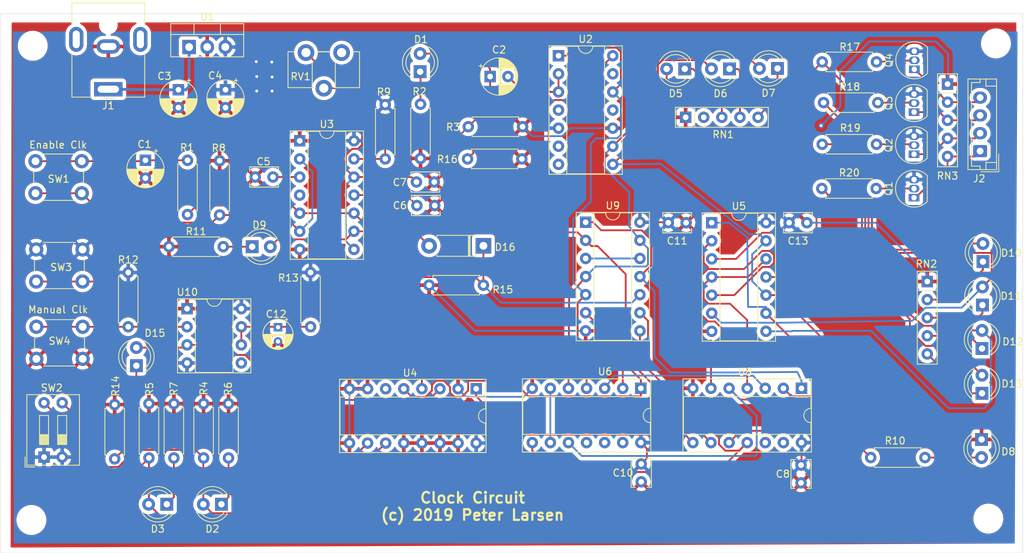
<source format=kicad_pcb>
(kicad_pcb (version 20171130) (host pcbnew 5.1.2-1.fc30)
  (layers (0 F.Cu signal) (31 B.Cu signal) (35 F.Paste user) (37 F.SilkS user) (39 F.Mask user) (44 Edge.Cuts user))
  (net 0 "")
  (net 1 "Net-(C1-Pad1)")
  (net 2 GND)
  (net 3 "Net-(C2-Pad2)")
  (net 4 AEN)
  (net 5 VCC)
  (net 6 +5V)
  (net 7 "Net-(C5-Pad1)")
  (net 8 "Net-(C6-Pad1)")
  (net 9 ATHR)
  (net 10 "Net-(C12-Pad1)")
  (net 11 "Net-(D1-Pad1)")
  (net 12 "Net-(D2-Pad2)")
  (net 13 "Net-(D2-Pad1)")
  (net 14 "Net-(D3-Pad1)")
  (net 15 "Net-(D3-Pad2)")
  (net 16 PUL2)
  (net 17 "Net-(D5-Pad1)")
  (net 18 "Net-(D6-Pad1)")
  (net 19 PUL1)
  (net 20 "Net-(D7-Pad1)")
  (net 21 PUL0)
  (net 22 "Net-(D8-Pad2)")
  (net 23 AFREQ)
  (net 24 "Net-(D9-Pad1)")
  (net 25 "Net-(D10-Pad1)")
  (net 26 "Net-(D10-Pad2)")
  (net 27 "Net-(D11-Pad1)")
  (net 28 "Net-(D11-Pad2)")
  (net 29 "Net-(D12-Pad2)")
  (net 30 "Net-(D12-Pad1)")
  (net 31 "Net-(D13-Pad1)")
  (net 32 "Net-(D13-Pad2)")
  (net 33 MFREQ)
  (net 34 "Net-(D15-Pad1)")
  (net 35 BTHR)
  (net 36 "Net-(R9-Pad2)")
  (net 37 "Net-(R10-Pad1)")
  (net 38 "Net-(R12-Pad1)")
  (net 39 STEP)
  (net 40 CLK)
  (net 41 "Net-(U5-Pad1)")
  (net 42 "Net-(U5-Pad12)")
  (net 43 "Net-(U6-Pad6)")
  (net 44 "Net-(U8-Pad1)")
  (net 45 "Net-(U9-Pad12)")
  (net 46 "Net-(D16-Pad2)")
  (net 47 "Net-(J2-Pad1)")
  (net 48 "Net-(J2-Pad3)")
  (net 49 "Net-(J2-Pad4)")
  (net 50 "Net-(Q1-Pad2)")
  (net 51 "Net-(Q2-Pad2)")
  (net 52 "Net-(Q3-Pad2)")
  (net 53 "Net-(Q4-Pad2)")
  (net 54 "Net-(U5-Pad2)")
  (net 55 "Net-(U6-Pad3)")
  (net 56 "Net-(U6-Pad2)")
  (net 57 "Net-(U6-Pad8)")
  (net 58 "Net-(U8-Pad9)")
  (net 59 "Net-(J2-Pad2)")
  (net 60 "Net-(RN1-Pad2)")
  (net 61 "Net-(RV1-Pad1)")
  (net 62 "Net-(U2-Pad11)")
  (net 63 "Net-(U3-Pad4)")
  (net 64 "Net-(U4-Pad6)")
  (net 65 "Net-(U10-Pad5)")
  (module MountingHole:MountingHole_3.2mm_M3 (layer F.Cu) (at 202.0443 67.2338)
    (fp_text reference REF** hide)
    (fp_text value MountingHole_3.2mm_M3 hide)
    (pad 1 np_thru_hole circle (at 0 0) (size 3.2 3.2) (drill 3.2) (layers *.Cu *.Mask))
  )
  (module MountingHole:MountingHole_3.2mm_M3 (layer F.Cu) (at 200.9775 133.9215)
    (fp_text reference REF** hide)
    (fp_text value MountingHole_3.2mm_M3 hide)
    (pad 1 np_thru_hole circle (at 0 0) (size 3.2 3.2) (drill 3.2) (layers *.Cu *.Mask))
  )
  (module MountingHole:MountingHole_3.2mm_M3 (layer F.Cu) (at 66.675 134.112)
    (fp_text reference REF** hide)
    (fp_text value MountingHole_3.2mm_M3 hide)
    (pad 1 np_thru_hole circle (at 0 0) (size 3.2 3.2) (drill 3.2) (layers *.Cu *.Mask))
  )
  (module MountingHole:MountingHole_3.2mm_M3 (layer F.Cu) (at 66.8655 67.564)
    (fp_text reference REF** hide)
    (fp_text value MountingHole_3.2mm_M3 hide)
    (pad 1 np_thru_hole circle (at 0 0) (size 3.2 3.2) (drill 3.2) (layers *.Cu *.Mask))
  )
  (module Package_DIP:DIP-14_W7.62mm_Socket (layer F.Cu) (at 152.2095 115.6335 270)
    (fp_text reference U6 (at -2.3495 5.0165 180) (layer F.SilkS))
    (fp_text value 74LS32 hide)
    (pad 14 thru_hole oval (at 7.62 0 270) (size 1.6 1.6) (drill 0.8) (layers *.Cu *.Mask) (net 6 +5V))
    (pad 7 thru_hole oval (at 0 15.24 270) (size 1.6 1.6) (drill 0.8) (layers *.Cu *.Mask) (net 2 GND))
    (pad 13 thru_hole oval (at 7.62 2.54 270) (size 1.6 1.6) (drill 0.8) (layers *.Cu *.Mask))
    (pad 6 thru_hole oval (at 0 12.7 270) (size 1.6 1.6) (drill 0.8) (layers *.Cu *.Mask) (net 43 "Net-(U6-Pad6)"))
    (pad 12 thru_hole oval (at 7.62 5.08 270) (size 1.6 1.6) (drill 0.8) (layers *.Cu *.Mask))
    (pad 5 thru_hole oval (at 0 10.16 270) (size 1.6 1.6) (drill 0.8) (layers *.Cu *.Mask) (net 19 PUL1))
    (pad 11 thru_hole oval (at 7.62 7.62 270) (size 1.6 1.6) (drill 0.8) (layers *.Cu *.Mask))
    (pad 4 thru_hole oval (at 0 7.62 270) (size 1.6 1.6) (drill 0.8) (layers *.Cu *.Mask) (net 21 PUL0))
    (pad 10 thru_hole oval (at 7.62 10.16 270) (size 1.6 1.6) (drill 0.8) (layers *.Cu *.Mask) (net 16 PUL2))
    (pad 3 thru_hole oval (at 0 5.08 270) (size 1.6 1.6) (drill 0.8) (layers *.Cu *.Mask) (net 55 "Net-(U6-Pad3)"))
    (pad 9 thru_hole oval (at 7.62 12.7 270) (size 1.6 1.6) (drill 0.8) (layers *.Cu *.Mask) (net 43 "Net-(U6-Pad6)"))
    (pad 2 thru_hole oval (at 0 2.54 270) (size 1.6 1.6) (drill 0.8) (layers *.Cu *.Mask) (net 56 "Net-(U6-Pad2)"))
    (pad 8 thru_hole oval (at 7.62 15.24 270) (size 1.6 1.6) (drill 0.8) (layers *.Cu *.Mask) (net 57 "Net-(U6-Pad8)"))
    (pad 1 thru_hole rect (at 0 0 270) (size 1.6 1.6) (drill 0.8) (layers *.Cu *.Mask) (net 40 CLK))
  )
  (module Capacitor_THT:C_Disc_D3.8mm_W2.6mm_P2.50mm (layer F.Cu) (at 175.514 92.3925 180)
    (fp_text reference C13 (at 1.25 -2.55) (layer F.SilkS))
    (fp_text value 10pF)
    (pad 2 thru_hole circle (at 2.5 0 180) (size 1.6 1.6) (drill 0.8) (layers *.Cu *.Mask) (net 6 +5V))
    (pad 1 thru_hole circle (at 0 0 180) (size 1.6 1.6) (drill 0.8) (layers *.Cu *.Mask) (net 2 GND))
  )
  (module Capacitor_THT:CP_Radial_D4.0mm_P2.00mm (layer F.Cu) (at 101.2825 107.061 270)
    (fp_text reference C12 (at -1.8415 0.254 180) (layer F.SilkS))
    (fp_text value 10uF)
    (pad 2 thru_hole circle (at 2 0 270) (size 1.2 1.2) (drill 0.6) (layers *.Cu *.Mask) (net 2 GND))
    (pad 1 thru_hole rect (at 0 0 270) (size 1.2 1.2) (drill 0.6) (layers *.Cu *.Mask) (net 10 "Net-(C12-Pad1)"))
  )
  (module Capacitor_THT:C_Disc_D3.8mm_W2.6mm_P2.50mm (layer F.Cu) (at 100.584 85.979 180)
    (fp_text reference C5 (at 1.3335 2.159) (layer F.SilkS))
    (fp_text value 30pF hide)
    (pad 2 thru_hole circle (at 2.5 0 180) (size 1.6 1.6) (drill 0.8) (layers *.Cu *.Mask) (net 2 GND))
    (pad 1 thru_hole circle (at 0 0 180) (size 1.6 1.6) (drill 0.8) (layers *.Cu *.Mask) (net 7 "Net-(C5-Pad1)"))
  )
  (module Capacitor_THT:C_Disc_D3.8mm_W2.6mm_P2.50mm (layer F.Cu) (at 120.777 89.9795)
    (fp_text reference C6 (at -2.3876 0) (layer F.SilkS))
    (fp_text value 30pF)
    (pad 2 thru_hole circle (at 2.5 0) (size 1.6 1.6) (drill 0.8) (layers *.Cu *.Mask) (net 2 GND))
    (pad 1 thru_hole circle (at 0 0) (size 1.6 1.6) (drill 0.8) (layers *.Cu *.Mask) (net 8 "Net-(C6-Pad1)"))
  )
  (module Capacitor_THT:C_Disc_D3.8mm_W2.6mm_P2.50mm (layer F.Cu) (at 120.7135 86.6775)
    (fp_text reference C7 (at -2.3368 0.0508) (layer F.SilkS))
    (fp_text value 1uF)
    (pad 2 thru_hole circle (at 2.5 0) (size 1.6 1.6) (drill 0.8) (layers *.Cu *.Mask) (net 2 GND))
    (pad 1 thru_hole circle (at 0 0) (size 1.6 1.6) (drill 0.8) (layers *.Cu *.Mask) (net 9 ATHR))
  )
  (module Capacitor_THT:C_Disc_D3.8mm_W2.6mm_P2.50mm (layer F.Cu) (at 174.6885 128.905 90)
    (fp_text reference C8 (at 1.25 -2.55 180) (layer F.SilkS))
    (fp_text value 10pF)
    (pad 2 thru_hole circle (at 2.5 0 90) (size 1.6 1.6) (drill 0.8) (layers *.Cu *.Mask) (net 6 +5V))
    (pad 1 thru_hole circle (at 0 0 90) (size 1.6 1.6) (drill 0.8) (layers *.Cu *.Mask) (net 2 GND))
  )
  (module Capacitor_THT:C_Disc_D3.8mm_W2.6mm_P2.50mm (layer F.Cu) (at 152.2603 128.7526 90)
    (fp_text reference C10 (at 1.25 -2.55 180) (layer F.SilkS))
    (fp_text value 10pF)
    (pad 2 thru_hole circle (at 2.5 0 90) (size 1.6 1.6) (drill 0.8) (layers *.Cu *.Mask) (net 6 +5V))
    (pad 1 thru_hole circle (at 0 0 90) (size 1.6 1.6) (drill 0.8) (layers *.Cu *.Mask) (net 2 GND))
  )
  (module Capacitor_THT:C_Disc_D3.8mm_W2.6mm_P2.50mm (layer F.Cu) (at 158.5595 92.3925 180)
    (fp_text reference C11 (at 1.25 -2.55) (layer F.SilkS))
    (fp_text value 10pF)
    (pad 2 thru_hole circle (at 2.5 0 180) (size 1.6 1.6) (drill 0.8) (layers *.Cu *.Mask) (net 6 +5V))
    (pad 1 thru_hole circle (at 0 0 180) (size 1.6 1.6) (drill 0.8) (layers *.Cu *.Mask) (net 2 GND))
  )
  (module Connector_BarrelJack:BarrelJack_CUI_PJ-063AH_Horizontal (layer F.Cu) (at 77.47 73.66 180)
    (fp_text reference J1 (at 0 -2.3) (layer F.SilkS))
    (fp_text value Barrel_Jack hide)
    (pad "" np_thru_hole circle (at 0 9 180) (size 1.6 1.6) (drill 1.6) (layers *.Cu *.Mask))
    (pad MP thru_hole oval (at 4.5 7 180) (size 2 3.5) (drill oval 1 2.5) (layers *.Cu *.Mask))
    (pad MP thru_hole oval (at -4.5 7 180) (size 2 3.5) (drill oval 1 2.5) (layers *.Cu *.Mask))
    (pad 2 thru_hole oval (at 0 6 180) (size 3.3 2) (drill oval 2.3 1) (layers *.Cu *.Mask) (net 2 GND))
    (pad 1 thru_hole rect (at 0 0 180) (size 4 2) (drill oval 3 1) (layers *.Cu *.Mask) (net 5 VCC))
  )
  (module Resistor_THT:R_Axial_DIN0207_L6.3mm_D2.5mm_P7.62mm_Horizontal (layer F.Cu) (at 88.5825 91.2495 90)
    (fp_text reference R1 (at 9.398 -0.0635 180) (layer F.SilkS))
    (fp_text value 10K hide)
    (pad 2 thru_hole oval (at 7.62 0 90) (size 1.6 1.6) (drill 0.8) (layers *.Cu *.Mask) (net 1 "Net-(C1-Pad1)"))
    (pad 1 thru_hole circle (at 0 0 90) (size 1.6 1.6) (drill 0.8) (layers *.Cu *.Mask) (net 4 AEN))
  )
  (module Resistor_THT:R_Axial_DIN0207_L6.3mm_D2.5mm_P7.62mm_Horizontal (layer F.Cu) (at 121.285 75.7555 270)
    (fp_text reference R2 (at -1.7653 0.1397 180) (layer F.SilkS))
    (fp_text value 150 hide)
    (pad 2 thru_hole oval (at 7.62 0 270) (size 1.6 1.6) (drill 0.8) (layers *.Cu *.Mask) (net 2 GND))
    (pad 1 thru_hole circle (at 0 0 270) (size 1.6 1.6) (drill 0.8) (layers *.Cu *.Mask) (net 11 "Net-(D1-Pad1)"))
  )
  (module Resistor_THT:R_Axial_DIN0207_L6.3mm_D2.5mm_P7.62mm_Horizontal (layer F.Cu) (at 135.6106 78.9178 180)
    (fp_text reference R3 (at 9.7536 -0.0508) (layer F.SilkS))
    (fp_text value 150 hide)
    (pad 2 thru_hole oval (at 7.62 0 180) (size 1.6 1.6) (drill 0.8) (layers *.Cu *.Mask) (net 4 AEN))
    (pad 1 thru_hole circle (at 0 0 180) (size 1.6 1.6) (drill 0.8) (layers *.Cu *.Mask) (net 2 GND))
  )
  (module Resistor_THT:R_Axial_DIN0207_L6.3mm_D2.5mm_P7.62mm_Horizontal (layer F.Cu) (at 90.842 125.4065 90)
    (fp_text reference R4 (at 9.773 0.0265 90) (layer F.SilkS))
    (fp_text value 100K hide)
    (pad 2 thru_hole oval (at 7.62 0 90) (size 1.6 1.6) (drill 0.8) (layers *.Cu *.Mask) (net 2 GND))
    (pad 1 thru_hole circle (at 0 0 90) (size 1.6 1.6) (drill 0.8) (layers *.Cu *.Mask) (net 12 "Net-(D2-Pad2)"))
  )
  (module Resistor_THT:R_Axial_DIN0207_L6.3mm_D2.5mm_P7.62mm_Horizontal (layer F.Cu) (at 83.1735 125.4065 90)
    (fp_text reference R5 (at 9.646 0.075 90) (layer F.SilkS))
    (fp_text value 100K hide)
    (pad 2 thru_hole oval (at 7.62 0 90) (size 1.6 1.6) (drill 0.8) (layers *.Cu *.Mask) (net 2 GND))
    (pad 1 thru_hole circle (at 0 0 90) (size 1.6 1.6) (drill 0.8) (layers *.Cu *.Mask) (net 15 "Net-(D3-Pad2)"))
  )
  (module Resistor_THT:R_Axial_DIN0207_L6.3mm_D2.5mm_P7.62mm_Horizontal (layer F.Cu) (at 94.342 125.4065 90)
    (fp_text reference R6 (at 9.7095 -0.0445 90) (layer F.SilkS))
    (fp_text value 2K hide)
    (pad 2 thru_hole oval (at 7.62 0 90) (size 1.6 1.6) (drill 0.8) (layers *.Cu *.Mask) (net 2 GND))
    (pad 1 thru_hole circle (at 0 0 90) (size 1.6 1.6) (drill 0.8) (layers *.Cu *.Mask) (net 13 "Net-(D2-Pad1)"))
  )
  (module Resistor_THT:R_Axial_DIN0207_L6.3mm_D2.5mm_P7.62mm_Horizontal (layer F.Cu) (at 86.6735 125.4065 90)
    (fp_text reference R7 (at 9.7095 0.004 90) (layer F.SilkS))
    (fp_text value 2K hide)
    (pad 2 thru_hole oval (at 7.62 0 90) (size 1.6 1.6) (drill 0.8) (layers *.Cu *.Mask) (net 2 GND))
    (pad 1 thru_hole circle (at 0 0 90) (size 1.6 1.6) (drill 0.8) (layers *.Cu *.Mask) (net 14 "Net-(D3-Pad1)"))
  )
  (module Resistor_THT:R_Axial_DIN0207_L6.3mm_D2.5mm_P7.62mm_Horizontal (layer F.Cu) (at 93.091 91.313 90)
    (fp_text reference R8 (at 9.398 -0.127 180) (layer F.SilkS))
    (fp_text value 10K hide)
    (pad 2 thru_hole oval (at 7.62 0 90) (size 1.6 1.6) (drill 0.8) (layers *.Cu *.Mask) (net 2 GND))
    (pad 1 thru_hole circle (at 0 0 90) (size 1.6 1.6) (drill 0.8) (layers *.Cu *.Mask) (net 35 BTHR))
  )
  (module Resistor_THT:R_Axial_DIN0207_L6.3mm_D2.5mm_P7.62mm_Horizontal (layer F.Cu) (at 116.332 75.819 270)
    (fp_text reference R9 (at -1.778 0.1905 180) (layer F.SilkS))
    (fp_text value 10K hide)
    (pad 2 thru_hole oval (at 7.62 0 270) (size 1.6 1.6) (drill 0.8) (layers *.Cu *.Mask) (net 36 "Net-(R9-Pad2)"))
    (pad 1 thru_hole circle (at 0 0 270) (size 1.6 1.6) (drill 0.8) (layers *.Cu *.Mask) (net 6 +5V))
  )
  (module Resistor_THT:R_Axial_DIN0207_L6.3mm_D2.5mm_P7.62mm_Horizontal (layer F.Cu) (at 184.4675 125.349)
    (fp_text reference R10 (at 3.429 -2.3495) (layer F.SilkS))
    (fp_text value 150 hide)
    (pad 2 thru_hole oval (at 7.62 0) (size 1.6 1.6) (drill 0.8) (layers *.Cu *.Mask) (net 22 "Net-(D8-Pad2)"))
    (pad 1 thru_hole circle (at 0 0) (size 1.6 1.6) (drill 0.8) (layers *.Cu *.Mask) (net 37 "Net-(R10-Pad1)"))
  )
  (module Resistor_THT:R_Axial_DIN0207_L6.3mm_D2.5mm_P7.62mm_Horizontal (layer F.Cu) (at 93.599 95.758 180)
    (fp_text reference R11 (at 3.81 2.1457) (layer F.SilkS))
    (fp_text value 2K hide)
    (pad 2 thru_hole oval (at 7.62 0 180) (size 1.6 1.6) (drill 0.8) (layers *.Cu *.Mask) (net 2 GND))
    (pad 1 thru_hole circle (at 0 0 180) (size 1.6 1.6) (drill 0.8) (layers *.Cu *.Mask) (net 24 "Net-(D9-Pad1)"))
  )
  (module Resistor_THT:R_Axial_DIN0207_L6.3mm_D2.5mm_P7.62mm_Horizontal (layer F.Cu) (at 80.264 106.9975 90)
    (fp_text reference R12 (at 9.398 0 180) (layer F.SilkS))
    (fp_text value 100K hide)
    (pad 2 thru_hole oval (at 7.62 0 90) (size 1.6 1.6) (drill 0.8) (layers *.Cu *.Mask) (net 6 +5V))
    (pad 1 thru_hole circle (at 0 0 90) (size 1.6 1.6) (drill 0.8) (layers *.Cu *.Mask) (net 38 "Net-(R12-Pad1)"))
  )
  (module Resistor_THT:R_Axial_DIN0207_L6.3mm_D2.5mm_P7.62mm_Horizontal (layer F.Cu) (at 105.8545 106.9975 90)
    (fp_text reference R13 (at 6.858 -3.1115 180) (layer F.SilkS))
    (fp_text value 10K hide)
    (pad 2 thru_hole oval (at 7.62 0 90) (size 1.6 1.6) (drill 0.8) (layers *.Cu *.Mask) (net 6 +5V))
    (pad 1 thru_hole circle (at 0 0 90) (size 1.6 1.6) (drill 0.8) (layers *.Cu *.Mask) (net 10 "Net-(C12-Pad1)"))
  )
  (module Resistor_THT:R_Axial_DIN0207_L6.3mm_D2.5mm_P7.62mm_Horizontal (layer F.Cu) (at 78.359 125.5395 90)
    (fp_text reference R14 (at 10.2235 0.127 90) (layer F.SilkS))
    (fp_text value 1K hide)
    (pad 2 thru_hole oval (at 7.62 0 90) (size 1.6 1.6) (drill 0.8) (layers *.Cu *.Mask) (net 2 GND))
    (pad 1 thru_hole circle (at 0 0 90) (size 1.6 1.6) (drill 0.8) (layers *.Cu *.Mask) (net 34 "Net-(D15-Pad1)"))
  )
  (module Resistor_THT:R_Axial_DIN0207_L6.3mm_D2.5mm_P7.62mm_Horizontal (layer F.Cu) (at 130.1115 101.1555 180)
    (fp_text reference R15 (at -2.7305 -0.635) (layer F.SilkS))
    (fp_text value 10K hide)
    (pad 2 thru_hole oval (at 7.62 0 180) (size 1.6 1.6) (drill 0.8) (layers *.Cu *.Mask) (net 2 GND))
    (pad 1 thru_hole circle (at 0 0 180) (size 1.6 1.6) (drill 0.8) (layers *.Cu *.Mask) (net 23 AFREQ))
  )
  (module Resistor_THT:R_Array_SIP5 (layer F.Cu) (at 158.496 77.597)
    (fp_text reference RN1 (at 5.2705 2.413) (layer F.SilkS))
    (fp_text value 470 hide)
    (pad 5 thru_hole oval (at 10.16 0) (size 1.6 1.6) (drill 0.8) (layers *.Cu *.Mask) (net 20 "Net-(D7-Pad1)"))
    (pad 4 thru_hole oval (at 7.62 0) (size 1.6 1.6) (drill 0.8) (layers *.Cu *.Mask) (net 18 "Net-(D6-Pad1)"))
    (pad 3 thru_hole oval (at 5.08 0) (size 1.6 1.6) (drill 0.8) (layers *.Cu *.Mask) (net 17 "Net-(D5-Pad1)"))
    (pad 2 thru_hole oval (at 2.54 0) (size 1.6 1.6) (drill 0.8) (layers *.Cu *.Mask) (net 60 "Net-(RN1-Pad2)"))
    (pad 1 thru_hole rect (at 0 0) (size 1.6 1.6) (drill 0.8) (layers *.Cu *.Mask) (net 2 GND))
  )
  (module Potentiometer_THT:Potentiometer_ACP_CA9-H5_Horizontal (layer F.Cu) (at 110.2106 68.5165 270)
    (fp_text reference RV1 (at 3.3655 5.7531 180) (layer F.SilkS))
    (fp_text value 500K hide)
    (pad 1 thru_hole circle (at 0 0 270) (size 2.34 2.34) (drill 1.3) (layers *.Cu *.Mask) (net 61 "Net-(RV1-Pad1)"))
    (pad 2 thru_hole circle (at 5 2.5 270) (size 2.34 2.34) (drill 1.3) (layers *.Cu *.Mask) (net 9 ATHR))
    (pad 3 thru_hole circle (at 0 5 270) (size 2.34 2.34) (drill 1.3) (layers *.Cu *.Mask) (net 36 "Net-(R9-Pad2)"))
  )
  (module Button_Switch_THT:SW_PUSH_6mm (layer F.Cu) (at 67.2465 83.7565)
    (fp_text reference SW1 (at 3.25 2.5) (layer F.SilkS))
    (fp_text value "Enable Clk" (at 3.175 -2.286) (layer F.SilkS))
    (pad 1 thru_hole circle (at 6.5 0 90) (size 2 2) (drill 1.1) (layers *.Cu *.Mask) (net 1 "Net-(C1-Pad1)"))
    (pad 2 thru_hole circle (at 6.5 4.5 90) (size 2 2) (drill 1.1) (layers *.Cu *.Mask) (net 35 BTHR))
    (pad 1 thru_hole circle (at 0 0 90) (size 2 2) (drill 1.1) (layers *.Cu *.Mask) (net 1 "Net-(C1-Pad1)"))
    (pad 2 thru_hole circle (at 0 4.5 90) (size 2 2) (drill 1.1) (layers *.Cu *.Mask) (net 35 BTHR))
  )
  (module Button_Switch_THT:SW_DIP_SPSTx02_Slide_9.78x7.26mm_W7.62mm_P2.54mm (layer F.Cu) (at 68.453 125.2855 90)
    (fp_text reference SW2 (at 9.7155 1.0795 180) (layer F.SilkS))
    (fp_text value CLK_SEL)
    (pad 4 thru_hole oval (at 7.62 0 90) (size 1.6 1.6) (drill 0.8) (layers *.Cu *.Mask) (net 15 "Net-(D3-Pad2)"))
    (pad 2 thru_hole oval (at 0 2.54 90) (size 1.6 1.6) (drill 0.8) (layers *.Cu *.Mask) (net 6 +5V))
    (pad 3 thru_hole oval (at 7.62 2.54 90) (size 1.6 1.6) (drill 0.8) (layers *.Cu *.Mask) (net 12 "Net-(D2-Pad2)"))
    (pad 1 thru_hole rect (at 0 0 90) (size 1.6 1.6) (drill 0.8) (layers *.Cu *.Mask) (net 6 +5V))
  )
  (module Button_Switch_THT:SW_PUSH_6mm (layer F.Cu) (at 73.8505 100.6475 180)
    (fp_text reference SW3 (at 3 2) (layer F.SilkS))
    (fp_text value Step)
    (pad 1 thru_hole circle (at 6.5 0 270) (size 2 2) (drill 1.1) (layers *.Cu *.Mask) (net 23 AFREQ))
    (pad 2 thru_hole circle (at 6.5 4.5 270) (size 2 2) (drill 1.1) (layers *.Cu *.Mask) (net 6 +5V))
    (pad 1 thru_hole circle (at 0 0 270) (size 2 2) (drill 1.1) (layers *.Cu *.Mask) (net 23 AFREQ))
    (pad 2 thru_hole circle (at 0 4.5 270) (size 2 2) (drill 1.1) (layers *.Cu *.Mask) (net 6 +5V))
  )
  (module Button_Switch_THT:SW_PUSH_6mm (layer F.Cu) (at 67.3735 106.9975)
    (fp_text reference SW4 (at 3.25 2) (layer F.SilkS))
    (fp_text value "Manual Clk" (at 3.048 -2.413) (layer F.SilkS))
    (pad 1 thru_hole circle (at 6.5 0 90) (size 2 2) (drill 1.1) (layers *.Cu *.Mask) (net 38 "Net-(R12-Pad1)"))
    (pad 2 thru_hole circle (at 6.5 4.5 90) (size 2 2) (drill 1.1) (layers *.Cu *.Mask) (net 2 GND))
    (pad 1 thru_hole circle (at 0 0 90) (size 2 2) (drill 1.1) (layers *.Cu *.Mask) (net 38 "Net-(R12-Pad1)"))
    (pad 2 thru_hole circle (at 0 4.5 90) (size 2 2) (drill 1.1) (layers *.Cu *.Mask) (net 2 GND))
  )
  (module Package_TO_SOT_THT:TO-220-3_Vertical (layer F.Cu) (at 88.81 67.734)
    (fp_text reference U1 (at 2.54 -4.27) (layer F.SilkS))
    (fp_text value LM7805)
    (pad 3 thru_hole oval (at 5.08 0) (size 1.905 2) (drill 1.1) (layers *.Cu *.Mask) (net 6 +5V))
    (pad 2 thru_hole oval (at 2.54 0) (size 1.905 2) (drill 1.1) (layers *.Cu *.Mask) (net 2 GND))
    (pad 1 thru_hole rect (at 0 0) (size 1.905 2) (drill 1.1) (layers *.Cu *.Mask) (net 5 VCC))
  )
  (module Package_DIP:DIP-14_W7.62mm_Socket (layer F.Cu) (at 104.3305 80.899)
    (fp_text reference U3 (at 3.81 -2.33) (layer F.SilkS))
    (fp_text value LM556 hide)
    (pad 14 thru_hole oval (at 7.62 0) (size 1.6 1.6) (drill 0.8) (layers *.Cu *.Mask) (net 6 +5V))
    (pad 7 thru_hole oval (at 0 15.24) (size 1.6 1.6) (drill 0.8) (layers *.Cu *.Mask) (net 2 GND))
    (pad 13 thru_hole oval (at 7.62 2.54) (size 1.6 1.6) (drill 0.8) (layers *.Cu *.Mask) (net 36 "Net-(R9-Pad2)"))
    (pad 6 thru_hole oval (at 0 12.7) (size 1.6 1.6) (drill 0.8) (layers *.Cu *.Mask) (net 35 BTHR))
    (pad 12 thru_hole oval (at 7.62 5.08) (size 1.6 1.6) (drill 0.8) (layers *.Cu *.Mask) (net 9 ATHR))
    (pad 5 thru_hole oval (at 0 10.16) (size 1.6 1.6) (drill 0.8) (layers *.Cu *.Mask) (net 4 AEN))
    (pad 11 thru_hole oval (at 7.62 7.62) (size 1.6 1.6) (drill 0.8) (layers *.Cu *.Mask) (net 8 "Net-(C6-Pad1)"))
    (pad 4 thru_hole oval (at 0 7.62) (size 1.6 1.6) (drill 0.8) (layers *.Cu *.Mask) (net 63 "Net-(U3-Pad4)"))
    (pad 10 thru_hole oval (at 7.62 10.16) (size 1.6 1.6) (drill 0.8) (layers *.Cu *.Mask) (net 4 AEN))
    (pad 3 thru_hole oval (at 0 5.08) (size 1.6 1.6) (drill 0.8) (layers *.Cu *.Mask) (net 7 "Net-(C5-Pad1)"))
    (pad 9 thru_hole oval (at 7.62 12.7) (size 1.6 1.6) (drill 0.8) (layers *.Cu *.Mask) (net 46 "Net-(D16-Pad2)"))
    (pad 2 thru_hole oval (at 0 2.54) (size 1.6 1.6) (drill 0.8) (layers *.Cu *.Mask) (net 35 BTHR))
    (pad 8 thru_hole oval (at 7.62 15.24) (size 1.6 1.6) (drill 0.8) (layers *.Cu *.Mask) (net 9 ATHR))
    (pad 1 thru_hole rect (at 0 0) (size 1.6 1.6) (drill 0.8) (layers *.Cu *.Mask) (net 2 GND))
  )
  (module Package_DIP:DIP-16_W7.62mm_Socket (layer F.Cu) (at 129.0955 115.697 270)
    (fp_text reference U4 (at -2.2225 9.271 180) (layer F.SilkS))
    (fp_text value 74LS151 hide)
    (pad 16 thru_hole oval (at 7.62 0 270) (size 1.6 1.6) (drill 0.8) (layers *.Cu *.Mask) (net 6 +5V))
    (pad 8 thru_hole oval (at 0 17.78 270) (size 1.6 1.6) (drill 0.8) (layers *.Cu *.Mask) (net 2 GND))
    (pad 15 thru_hole oval (at 7.62 2.54 270) (size 1.6 1.6) (drill 0.8) (layers *.Cu *.Mask) (net 2 GND))
    (pad 7 thru_hole oval (at 0 15.24 270) (size 1.6 1.6) (drill 0.8) (layers *.Cu *.Mask) (net 2 GND))
    (pad 14 thru_hole oval (at 7.62 5.08 270) (size 1.6 1.6) (drill 0.8) (layers *.Cu *.Mask) (net 2 GND))
    (pad 6 thru_hole oval (at 0 12.7 270) (size 1.6 1.6) (drill 0.8) (layers *.Cu *.Mask) (net 64 "Net-(U4-Pad6)"))
    (pad 13 thru_hole oval (at 7.62 7.62 270) (size 1.6 1.6) (drill 0.8) (layers *.Cu *.Mask) (net 2 GND))
    (pad 5 thru_hole oval (at 0 10.16 270) (size 1.6 1.6) (drill 0.8) (layers *.Cu *.Mask) (net 40 CLK))
    (pad 12 thru_hole oval (at 7.62 10.16 270) (size 1.6 1.6) (drill 0.8) (layers *.Cu *.Mask) (net 2 GND))
    (pad 4 thru_hole oval (at 0 7.62 270) (size 1.6 1.6) (drill 0.8) (layers *.Cu *.Mask) (net 23 AFREQ))
    (pad 11 thru_hole oval (at 7.62 12.7 270) (size 1.6 1.6) (drill 0.8) (layers *.Cu *.Mask) (net 15 "Net-(D3-Pad2)"))
    (pad 3 thru_hole oval (at 0 5.08 270) (size 1.6 1.6) (drill 0.8) (layers *.Cu *.Mask) (net 33 MFREQ))
    (pad 10 thru_hole oval (at 7.62 15.24 270) (size 1.6 1.6) (drill 0.8) (layers *.Cu *.Mask) (net 12 "Net-(D2-Pad2)"))
    (pad 2 thru_hole oval (at 0 2.54 270) (size 1.6 1.6) (drill 0.8) (layers *.Cu *.Mask) (net 2 GND))
    (pad 9 thru_hole oval (at 7.62 17.78 270) (size 1.6 1.6) (drill 0.8) (layers *.Cu *.Mask) (net 2 GND))
    (pad 1 thru_hole rect (at 0 0 270) (size 1.6 1.6) (drill 0.8) (layers *.Cu *.Mask) (net 39 STEP))
  )
  (module Package_DIP:DIP-14_W7.62mm_Socket (layer F.Cu) (at 162.1536 92.3925)
    (fp_text reference U5 (at 3.81 -2.33) (layer F.SilkS))
    (fp_text value 74LS08 hide)
    (pad 14 thru_hole oval (at 7.62 0) (size 1.6 1.6) (drill 0.8) (layers *.Cu *.Mask) (net 6 +5V))
    (pad 7 thru_hole oval (at 0 15.24) (size 1.6 1.6) (drill 0.8) (layers *.Cu *.Mask) (net 2 GND))
    (pad 13 thru_hole oval (at 7.62 2.54) (size 1.6 1.6) (drill 0.8) (layers *.Cu *.Mask) (net 16 PUL2))
    (pad 6 thru_hole oval (at 0 12.7) (size 1.6 1.6) (drill 0.8) (layers *.Cu *.Mask) (net 28 "Net-(D11-Pad2)"))
    (pad 12 thru_hole oval (at 7.62 5.08) (size 1.6 1.6) (drill 0.8) (layers *.Cu *.Mask) (net 42 "Net-(U5-Pad12)"))
    (pad 5 thru_hole oval (at 0 10.16) (size 1.6 1.6) (drill 0.8) (layers *.Cu *.Mask) (net 54 "Net-(U5-Pad2)"))
    (pad 11 thru_hole oval (at 7.62 7.62) (size 1.6 1.6) (drill 0.8) (layers *.Cu *.Mask) (net 32 "Net-(D13-Pad2)"))
    (pad 4 thru_hole oval (at 0 7.62) (size 1.6 1.6) (drill 0.8) (layers *.Cu *.Mask) (net 42 "Net-(U5-Pad12)"))
    (pad 10 thru_hole oval (at 7.62 10.16) (size 1.6 1.6) (drill 0.8) (layers *.Cu *.Mask) (net 16 PUL2))
    (pad 3 thru_hole oval (at 0 5.08) (size 1.6 1.6) (drill 0.8) (layers *.Cu *.Mask) (net 26 "Net-(D10-Pad2)"))
    (pad 9 thru_hole oval (at 7.62 12.7) (size 1.6 1.6) (drill 0.8) (layers *.Cu *.Mask) (net 41 "Net-(U5-Pad1)"))
    (pad 2 thru_hole oval (at 0 2.54) (size 1.6 1.6) (drill 0.8) (layers *.Cu *.Mask) (net 54 "Net-(U5-Pad2)"))
    (pad 8 thru_hole oval (at 7.62 15.24) (size 1.6 1.6) (drill 0.8) (layers *.Cu *.Mask) (net 29 "Net-(D12-Pad2)"))
    (pad 1 thru_hole rect (at 0 0) (size 1.6 1.6) (drill 0.8) (layers *.Cu *.Mask) (net 41 "Net-(U5-Pad1)"))
  )
  (module Package_DIP:DIP-14_W7.62mm_Socket (layer F.Cu) (at 144.4625 92.329)
    (fp_text reference U9 (at 3.81 -2.33) (layer F.SilkS))
    (fp_text value 74LS00 hide)
    (pad 14 thru_hole oval (at 7.62 0) (size 1.6 1.6) (drill 0.8) (layers *.Cu *.Mask) (net 6 +5V))
    (pad 7 thru_hole oval (at 0 15.24) (size 1.6 1.6) (drill 0.8) (layers *.Cu *.Mask) (net 2 GND))
    (pad 13 thru_hole oval (at 7.62 2.54) (size 1.6 1.6) (drill 0.8) (layers *.Cu *.Mask) (net 19 PUL1))
    (pad 6 thru_hole oval (at 0 12.7) (size 1.6 1.6) (drill 0.8) (layers *.Cu *.Mask) (net 56 "Net-(U6-Pad2)"))
    (pad 12 thru_hole oval (at 7.62 5.08) (size 1.6 1.6) (drill 0.8) (layers *.Cu *.Mask) (net 45 "Net-(U9-Pad12)"))
    (pad 5 thru_hole oval (at 0 10.16) (size 1.6 1.6) (drill 0.8) (layers *.Cu *.Mask) (net 21 PUL0))
    (pad 11 thru_hole oval (at 7.62 7.62) (size 1.6 1.6) (drill 0.8) (layers *.Cu *.Mask) (net 44 "Net-(U8-Pad1)"))
    (pad 4 thru_hole oval (at 0 7.62) (size 1.6 1.6) (drill 0.8) (layers *.Cu *.Mask) (net 19 PUL1))
    (pad 10 thru_hole oval (at 7.62 10.16) (size 1.6 1.6) (drill 0.8) (layers *.Cu *.Mask) (net 23 AFREQ))
    (pad 3 thru_hole oval (at 0 5.08) (size 1.6 1.6) (drill 0.8) (layers *.Cu *.Mask) (net 45 "Net-(U9-Pad12)"))
    (pad 9 thru_hole oval (at 7.62 12.7) (size 1.6 1.6) (drill 0.8) (layers *.Cu *.Mask) (net 57 "Net-(U6-Pad8)"))
    (pad 2 thru_hole oval (at 0 2.54) (size 1.6 1.6) (drill 0.8) (layers *.Cu *.Mask) (net 40 CLK))
    (pad 8 thru_hole oval (at 7.62 15.24) (size 1.6 1.6) (drill 0.8) (layers *.Cu *.Mask) (net 58 "Net-(U8-Pad9)"))
    (pad 1 thru_hole rect (at 0 0) (size 1.6 1.6) (drill 0.8) (layers *.Cu *.Mask) (net 44 "Net-(U8-Pad1)"))
  )
  (module Package_DIP:DIP-8_W7.62mm_Socket (layer F.Cu) (at 88.519 104.4575)
    (fp_text reference U10 (at 0.0508 -2.33) (layer F.SilkS))
    (fp_text value LM555 hide)
    (pad 8 thru_hole oval (at 7.62 0) (size 1.6 1.6) (drill 0.8) (layers *.Cu *.Mask) (net 6 +5V))
    (pad 4 thru_hole oval (at 0 7.62) (size 1.6 1.6) (drill 0.8) (layers *.Cu *.Mask) (net 6 +5V))
    (pad 7 thru_hole oval (at 7.62 2.54) (size 1.6 1.6) (drill 0.8) (layers *.Cu *.Mask) (net 10 "Net-(C12-Pad1)"))
    (pad 3 thru_hole oval (at 0 5.08) (size 1.6 1.6) (drill 0.8) (layers *.Cu *.Mask) (net 33 MFREQ))
    (pad 6 thru_hole oval (at 7.62 5.08) (size 1.6 1.6) (drill 0.8) (layers *.Cu *.Mask) (net 10 "Net-(C12-Pad1)"))
    (pad 2 thru_hole oval (at 0 2.54) (size 1.6 1.6) (drill 0.8) (layers *.Cu *.Mask) (net 38 "Net-(R12-Pad1)"))
    (pad 5 thru_hole oval (at 7.62 7.62) (size 1.6 1.6) (drill 0.8) (layers *.Cu *.Mask) (net 65 "Net-(U10-Pad5)"))
    (pad 1 thru_hole rect (at 0 0) (size 1.6 1.6) (drill 0.8) (layers *.Cu *.Mask) (net 2 GND))
  )
  (module Capacitor_THT:CP_Radial_D5.0mm_P2.50mm (layer F.Cu) (at 82.677 83.6295 270)
    (fp_text reference C1 (at -2.2456 0.1292 180) (layer F.SilkS))
    (fp_text value 1uF)
    (pad 2 thru_hole circle (at 2.5 0 270) (size 1.6 1.6) (drill 0.8) (layers *.Cu *.Mask) (net 2 GND))
    (pad 1 thru_hole rect (at 0 0 270) (size 1.6 1.6) (drill 0.8) (layers *.Cu *.Mask) (net 1 "Net-(C1-Pad1)"))
  )
  (module Capacitor_THT:CP_Radial_D5.0mm_P2.50mm (layer F.Cu) (at 131.055 71.876)
    (fp_text reference C2 (at 1.25 -3.75) (layer F.SilkS))
    (fp_text value 100uF)
    (pad 2 thru_hole circle (at 2.5 0) (size 1.6 1.6) (drill 0.8) (layers *.Cu *.Mask) (net 3 "Net-(C2-Pad2)"))
    (pad 1 thru_hole rect (at 0 0) (size 1.6 1.6) (drill 0.8) (layers *.Cu *.Mask) (net 4 AEN))
  )
  (module Capacitor_THT:CP_Radial_D5.0mm_P2.50mm (layer F.Cu) (at 87.31 73.734 270)
    (fp_text reference C3 (at -1.9155 1.966 180) (layer F.SilkS))
    (fp_text value 330nF)
    (pad 2 thru_hole circle (at 2.5 0 270) (size 1.6 1.6) (drill 0.8) (layers *.Cu *.Mask) (net 2 GND))
    (pad 1 thru_hole rect (at 0 0 270) (size 1.6 1.6) (drill 0.8) (layers *.Cu *.Mask) (net 5 VCC))
  )
  (module Capacitor_THT:CP_Radial_D5.0mm_P2.50mm (layer F.Cu) (at 93.9165 73.734 270)
    (fp_text reference C4 (at -1.979 1.457 180) (layer F.SilkS))
    (fp_text value 100nF)
    (pad 2 thru_hole circle (at 2.5 0 270) (size 1.6 1.6) (drill 0.8) (layers *.Cu *.Mask) (net 2 GND))
    (pad 1 thru_hole rect (at 0 0 270) (size 1.6 1.6) (drill 0.8) (layers *.Cu *.Mask) (net 6 +5V))
  )
  (module Package_DIP:DIP-14_W7.62mm_Socket (layer F.Cu) (at 140.6525 68.961)
    (fp_text reference U2 (at 3.81 -2.33) (layer F.SilkS))
    (fp_text value 74LS93 hide)
    (pad 14 thru_hole oval (at 7.62 0) (size 1.6 1.6) (drill 0.8) (layers *.Cu *.Mask) (net 40 CLK))
    (pad 7 thru_hole oval (at 0 15.24) (size 1.6 1.6) (drill 0.8) (layers *.Cu *.Mask))
    (pad 13 thru_hole oval (at 7.62 2.54) (size 1.6 1.6) (drill 0.8) (layers *.Cu *.Mask))
    (pad 6 thru_hole oval (at 0 12.7) (size 1.6 1.6) (drill 0.8) (layers *.Cu *.Mask))
    (pad 12 thru_hole oval (at 7.62 5.08) (size 1.6 1.6) (drill 0.8) (layers *.Cu *.Mask) (net 21 PUL0))
    (pad 5 thru_hole oval (at 0 10.16) (size 1.6 1.6) (drill 0.8) (layers *.Cu *.Mask) (net 6 +5V))
    (pad 11 thru_hole oval (at 7.62 7.62) (size 1.6 1.6) (drill 0.8) (layers *.Cu *.Mask) (net 62 "Net-(U2-Pad11)"))
    (pad 4 thru_hole oval (at 0 7.62) (size 1.6 1.6) (drill 0.8) (layers *.Cu *.Mask))
    (pad 10 thru_hole oval (at 7.62 10.16) (size 1.6 1.6) (drill 0.8) (layers *.Cu *.Mask) (net 2 GND))
    (pad 3 thru_hole oval (at 0 5.08) (size 1.6 1.6) (drill 0.8) (layers *.Cu *.Mask) (net 3 "Net-(C2-Pad2)"))
    (pad 9 thru_hole oval (at 7.62 12.7) (size 1.6 1.6) (drill 0.8) (layers *.Cu *.Mask) (net 19 PUL1))
    (pad 2 thru_hole oval (at 0 2.54) (size 1.6 1.6) (drill 0.8) (layers *.Cu *.Mask) (net 3 "Net-(C2-Pad2)"))
    (pad 8 thru_hole oval (at 7.62 15.24) (size 1.6 1.6) (drill 0.8) (layers *.Cu *.Mask) (net 16 PUL2))
    (pad 1 thru_hole rect (at 0 0) (size 1.6 1.6) (drill 0.8) (layers *.Cu *.Mask) (net 21 PUL0))
  )
  (module Package_DIP:DIP-14_W7.62mm_Socket (layer F.Cu) (at 174.752 115.6335 270)
    (fp_text reference U8 (at -2.286 7.9375 180) (layer F.SilkS))
    (fp_text value 74LS04 hide)
    (pad 14 thru_hole oval (at 7.62 0 270) (size 1.6 1.6) (drill 0.8) (layers *.Cu *.Mask) (net 6 +5V))
    (pad 7 thru_hole oval (at 0 15.24 270) (size 1.6 1.6) (drill 0.8) (layers *.Cu *.Mask) (net 2 GND))
    (pad 13 thru_hole oval (at 7.62 2.54 270) (size 1.6 1.6) (drill 0.8) (layers *.Cu *.Mask))
    (pad 6 thru_hole oval (at 0 12.7 270) (size 1.6 1.6) (drill 0.8) (layers *.Cu *.Mask) (net 54 "Net-(U5-Pad2)"))
    (pad 12 thru_hole oval (at 7.62 5.08 270) (size 1.6 1.6) (drill 0.8) (layers *.Cu *.Mask))
    (pad 5 thru_hole oval (at 0 10.16 270) (size 1.6 1.6) (drill 0.8) (layers *.Cu *.Mask) (net 16 PUL2))
    (pad 11 thru_hole oval (at 7.62 7.62 270) (size 1.6 1.6) (drill 0.8) (layers *.Cu *.Mask) (net 57 "Net-(U6-Pad8)"))
    (pad 4 thru_hole oval (at 0 7.62 270) (size 1.6 1.6) (drill 0.8) (layers *.Cu *.Mask) (net 42 "Net-(U5-Pad12)"))
    (pad 10 thru_hole oval (at 7.62 10.16 270) (size 1.6 1.6) (drill 0.8) (layers *.Cu *.Mask) (net 37 "Net-(R10-Pad1)"))
    (pad 3 thru_hole oval (at 0 5.08 270) (size 1.6 1.6) (drill 0.8) (layers *.Cu *.Mask) (net 55 "Net-(U6-Pad3)"))
    (pad 9 thru_hole oval (at 7.62 12.7 270) (size 1.6 1.6) (drill 0.8) (layers *.Cu *.Mask) (net 58 "Net-(U8-Pad9)"))
    (pad 2 thru_hole oval (at 0 2.54 270) (size 1.6 1.6) (drill 0.8) (layers *.Cu *.Mask) (net 41 "Net-(U5-Pad1)"))
    (pad 8 thru_hole oval (at 7.62 15.24 270) (size 1.6 1.6) (drill 0.8) (layers *.Cu *.Mask) (net 39 STEP))
    (pad 1 thru_hole rect (at 0 0 270) (size 1.6 1.6) (drill 0.8) (layers *.Cu *.Mask) (net 44 "Net-(U8-Pad1)"))
  )
  (module Diode_THT:D_DO-41_SOD81_P7.62mm_Horizontal (layer F.Cu) (at 130.1115 95.631 180)
    (fp_text reference D16 (at -3.048 -0.1905) (layer F.SilkS))
    (fp_text value D hide)
    (pad 2 thru_hole oval (at 7.62 0 180) (size 2.2 2.2) (drill 1.1) (layers *.Cu *.Mask) (net 46 "Net-(D16-Pad2)"))
    (pad 1 thru_hole rect (at 0 0 180) (size 2.2 2.2) (drill 1.1) (layers *.Cu *.Mask) (net 23 AFREQ))
  )
  (module Connector_JST:JST_EH_B4B-EH-A_1x04_P2.50mm_Vertical (layer F.Cu) (at 199.8218 82.3341 90)
    (fp_text reference J2 (at -3.8735 -0.127 180) (layer F.SilkS))
    (fp_text value Conn_01x04 hide)
    (pad 4 thru_hole oval (at 7.5 0 90) (size 1.7 1.95) (drill 0.95) (layers *.Cu *.Mask) (net 49 "Net-(J2-Pad4)"))
    (pad 3 thru_hole oval (at 5 0 90) (size 1.7 1.95) (drill 0.95) (layers *.Cu *.Mask) (net 48 "Net-(J2-Pad3)"))
    (pad 2 thru_hole oval (at 2.5 0 90) (size 1.7 1.95) (drill 0.95) (layers *.Cu *.Mask) (net 59 "Net-(J2-Pad2)"))
    (pad 1 thru_hole roundrect (at 0 0 90) (size 1.7 1.95) (drill 0.95) (layers *.Cu *.Mask) (roundrect_rratio 0.147059) (net 47 "Net-(J2-Pad1)"))
  )
  (module Package_TO_SOT_THT:TO-92_Inline (layer F.Cu) (at 190.5508 88.8746 90)
    (fp_text reference Q1 (at 1.27 -3.56 90) (layer F.SilkS))
    (fp_text value 2N3904 hide)
    (pad 1 thru_hole rect (at 0 0 90) (size 1.05 1.5) (drill 0.75) (layers *.Cu *.Mask) (net 47 "Net-(J2-Pad1)"))
    (pad 3 thru_hole oval (at 2.54 0 90) (size 1.05 1.5) (drill 0.75) (layers *.Cu *.Mask) (net 6 +5V))
    (pad 2 thru_hole oval (at 1.27 0 90) (size 1.05 1.5) (drill 0.75) (layers *.Cu *.Mask) (net 50 "Net-(Q1-Pad2)"))
  )
  (module Package_TO_SOT_THT:TO-92_Inline (layer F.Cu) (at 190.5508 82.7786 90)
    (fp_text reference Q2 (at 1.27 -3.56 90) (layer F.SilkS))
    (fp_text value 2N3904 hide)
    (pad 1 thru_hole rect (at 0 0 90) (size 1.05 1.5) (drill 0.75) (layers *.Cu *.Mask) (net 59 "Net-(J2-Pad2)"))
    (pad 3 thru_hole oval (at 2.54 0 90) (size 1.05 1.5) (drill 0.75) (layers *.Cu *.Mask) (net 6 +5V))
    (pad 2 thru_hole oval (at 1.27 0 90) (size 1.05 1.5) (drill 0.75) (layers *.Cu *.Mask) (net 51 "Net-(Q2-Pad2)"))
  )
  (module Package_TO_SOT_THT:TO-92_Inline (layer F.Cu) (at 190.5508 76.8731 90)
    (fp_text reference Q3 (at 1.27 -3.56 90) (layer F.SilkS))
    (fp_text value 2N3904 hide)
    (pad 1 thru_hole rect (at 0 0 90) (size 1.05 1.5) (drill 0.75) (layers *.Cu *.Mask) (net 48 "Net-(J2-Pad3)"))
    (pad 3 thru_hole oval (at 2.54 0 90) (size 1.05 1.5) (drill 0.75) (layers *.Cu *.Mask) (net 6 +5V))
    (pad 2 thru_hole oval (at 1.27 0 90) (size 1.05 1.5) (drill 0.75) (layers *.Cu *.Mask) (net 52 "Net-(Q3-Pad2)"))
  )
  (module Package_TO_SOT_THT:TO-92_Inline (layer F.Cu) (at 190.5889 70.866 90)
    (fp_text reference Q4 (at 1.27 -3.56 90) (layer F.SilkS))
    (fp_text value 2N3904 hide)
    (pad 1 thru_hole rect (at 0 0 90) (size 1.05 1.5) (drill 0.75) (layers *.Cu *.Mask) (net 49 "Net-(J2-Pad4)"))
    (pad 3 thru_hole oval (at 2.54 0 90) (size 1.05 1.5) (drill 0.75) (layers *.Cu *.Mask) (net 6 +5V))
    (pad 2 thru_hole oval (at 1.27 0 90) (size 1.05 1.5) (drill 0.75) (layers *.Cu *.Mask) (net 53 "Net-(Q4-Pad2)"))
  )
  (module Resistor_THT:R_Axial_DIN0207_L6.3mm_D2.5mm_P7.62mm_Horizontal (layer F.Cu) (at 135.509 83.439 180)
    (fp_text reference R16 (at 10.4648 -0.0508) (layer F.SilkS))
    (fp_text value 1K hide)
    (pad 2 thru_hole oval (at 7.62 0 180) (size 1.6 1.6) (drill 0.8) (layers *.Cu *.Mask) (net 3 "Net-(C2-Pad2)"))
    (pad 1 thru_hole circle (at 0 0 180) (size 1.6 1.6) (drill 0.8) (layers *.Cu *.Mask) (net 2 GND))
  )
  (module Resistor_THT:R_Axial_DIN0207_L6.3mm_D2.5mm_P7.62mm_Horizontal (layer F.Cu) (at 185.2803 69.8246 180)
    (fp_text reference R17 (at 3.7465 2.0955) (layer F.SilkS))
    (fp_text value 1K hide)
    (pad 2 thru_hole oval (at 7.62 0 180) (size 1.6 1.6) (drill 0.8) (layers *.Cu *.Mask) (net 26 "Net-(D10-Pad2)"))
    (pad 1 thru_hole circle (at 0 0 180) (size 1.6 1.6) (drill 0.8) (layers *.Cu *.Mask) (net 53 "Net-(Q4-Pad2)"))
  )
  (module Resistor_THT:R_Axial_DIN0207_L6.3mm_D2.5mm_P7.62mm_Horizontal (layer F.Cu) (at 185.4708 75.5396 180)
    (fp_text reference R18 (at 3.937 2.2225) (layer F.SilkS))
    (fp_text value 1K hide)
    (pad 2 thru_hole oval (at 7.62 0 180) (size 1.6 1.6) (drill 0.8) (layers *.Cu *.Mask) (net 28 "Net-(D11-Pad2)"))
    (pad 1 thru_hole circle (at 0 0 180) (size 1.6 1.6) (drill 0.8) (layers *.Cu *.Mask) (net 52 "Net-(Q3-Pad2)"))
  )
  (module Resistor_THT:R_Axial_DIN0207_L6.3mm_D2.5mm_P7.62mm_Horizontal (layer F.Cu) (at 185.2803 81.3816 180)
    (fp_text reference R19 (at 3.683 2.286) (layer F.SilkS))
    (fp_text value 1K hide)
    (pad 2 thru_hole oval (at 7.62 0 180) (size 1.6 1.6) (drill 0.8) (layers *.Cu *.Mask) (net 29 "Net-(D12-Pad2)"))
    (pad 1 thru_hole circle (at 0 0 180) (size 1.6 1.6) (drill 0.8) (layers *.Cu *.Mask) (net 51 "Net-(Q2-Pad2)"))
  )
  (module Resistor_THT:R_Axial_DIN0207_L6.3mm_D2.5mm_P7.62mm_Horizontal (layer F.Cu) (at 185.2295 87.5919 180)
    (fp_text reference R20 (at 3.7592 2.2098) (layer F.SilkS))
    (fp_text value 1K hide)
    (pad 2 thru_hole oval (at 7.62 0 180) (size 1.6 1.6) (drill 0.8) (layers *.Cu *.Mask) (net 32 "Net-(D13-Pad2)"))
    (pad 1 thru_hole circle (at 0 0 180) (size 1.6 1.6) (drill 0.8) (layers *.Cu *.Mask) (net 50 "Net-(Q1-Pad2)"))
  )
  (module Resistor_THT:R_Array_SIP5 (layer F.Cu) (at 192.405 100.6475 270)
    (fp_text reference RN2 (at -2.4765 0.127 180) (layer F.SilkS))
    (fp_text value 470 hide)
    (pad 5 thru_hole oval (at 10.16 0 270) (size 1.6 1.6) (drill 0.8) (layers *.Cu *.Mask) (net 31 "Net-(D13-Pad1)"))
    (pad 4 thru_hole oval (at 7.62 0 270) (size 1.6 1.6) (drill 0.8) (layers *.Cu *.Mask) (net 30 "Net-(D12-Pad1)"))
    (pad 3 thru_hole oval (at 5.08 0 270) (size 1.6 1.6) (drill 0.8) (layers *.Cu *.Mask) (net 27 "Net-(D11-Pad1)"))
    (pad 2 thru_hole oval (at 2.54 0 270) (size 1.6 1.6) (drill 0.8) (layers *.Cu *.Mask) (net 25 "Net-(D10-Pad1)"))
    (pad 1 thru_hole rect (at 0 0 270) (size 1.6 1.6) (drill 0.8) (layers *.Cu *.Mask) (net 2 GND))
  )
  (module LED_THT:LED_D4.0mm (layer F.Cu) (at 121.2342 71.1962 90)
    (fp_text reference D1 (at 4.5212 0.1143 180) (layer F.SilkS))
    (fp_text value LED_Small hide)
    (pad 2 thru_hole circle (at 2.54 0 90) (size 1.8 1.8) (drill 0.9) (layers *.Cu *.Mask) (net 4 AEN))
    (pad 1 thru_hole rect (at 0 0 90) (size 1.8 1.8) (drill 0.9) (layers *.Cu *.Mask) (net 11 "Net-(D1-Pad1)"))
  )
  (module LED_THT:LED_D4.0mm (layer F.Cu) (at 93.342 131.9065 180)
    (fp_text reference D2 (at 1.27 -3.46) (layer F.SilkS))
    (fp_text value LED_Small hide)
    (pad 2 thru_hole circle (at 2.54 0 180) (size 1.8 1.8) (drill 0.9) (layers *.Cu *.Mask) (net 12 "Net-(D2-Pad2)"))
    (pad 1 thru_hole rect (at 0 0 180) (size 1.8 1.8) (drill 0.9) (layers *.Cu *.Mask) (net 13 "Net-(D2-Pad1)"))
  )
  (module LED_THT:LED_D4.0mm (layer F.Cu) (at 85.6735 131.9065 180)
    (fp_text reference D3 (at 1.27 -3.46) (layer F.SilkS))
    (fp_text value LED_Small hide)
    (pad 2 thru_hole circle (at 2.54 0 180) (size 1.8 1.8) (drill 0.9) (layers *.Cu *.Mask) (net 15 "Net-(D3-Pad2)"))
    (pad 1 thru_hole rect (at 0 0 180) (size 1.8 1.8) (drill 0.9) (layers *.Cu *.Mask) (net 14 "Net-(D3-Pad1)"))
  )
  (module LED_THT:LED_D4.0mm (layer F.Cu) (at 158.369 70.8025 180)
    (fp_text reference D5 (at 1.27 -3.46) (layer F.SilkS))
    (fp_text value LED_Small hide)
    (pad 2 thru_hole circle (at 2.54 0 180) (size 1.8 1.8) (drill 0.9) (layers *.Cu *.Mask) (net 16 PUL2))
    (pad 1 thru_hole rect (at 0 0 180) (size 1.8 1.8) (drill 0.9) (layers *.Cu *.Mask) (net 17 "Net-(D5-Pad1)"))
  )
  (module LED_THT:LED_D4.0mm (layer F.Cu) (at 164.6555 70.8025 180)
    (fp_text reference D6 (at 1.27 -3.46) (layer F.SilkS))
    (fp_text value LED_Small hide)
    (pad 2 thru_hole circle (at 2.54 0 180) (size 1.8 1.8) (drill 0.9) (layers *.Cu *.Mask) (net 19 PUL1))
    (pad 1 thru_hole rect (at 0 0 180) (size 1.8 1.8) (drill 0.9) (layers *.Cu *.Mask) (net 18 "Net-(D6-Pad1)"))
  )
  (module LED_THT:LED_D4.0mm (layer F.Cu) (at 171.3865 70.739 180)
    (fp_text reference D7 (at 1.27 -3.46) (layer F.SilkS))
    (fp_text value LED_Small hide)
    (pad 2 thru_hole circle (at 2.54 0 180) (size 1.8 1.8) (drill 0.9) (layers *.Cu *.Mask) (net 21 PUL0))
    (pad 1 thru_hole rect (at 0 0 180) (size 1.8 1.8) (drill 0.9) (layers *.Cu *.Mask) (net 20 "Net-(D7-Pad1)"))
  )
  (module LED_THT:LED_D4.0mm (layer F.Cu) (at 200.025 122.809 270)
    (fp_text reference D8 (at 1.7145 -3.7465 180) (layer F.SilkS))
    (fp_text value LED_Small hide)
    (pad 2 thru_hole circle (at 2.54 0 270) (size 1.8 1.8) (drill 0.9) (layers *.Cu *.Mask) (net 22 "Net-(D8-Pad2)"))
    (pad 1 thru_hole rect (at 0 0 270) (size 1.8 1.8) (drill 0.9) (layers *.Cu *.Mask) (net 2 GND))
  )
  (module LED_THT:LED_D4.0mm (layer F.Cu) (at 97.663 95.758)
    (fp_text reference D9 (at 1.016 -3.048) (layer F.SilkS))
    (fp_text value LED_Small hide)
    (pad 2 thru_hole circle (at 2.54 0) (size 1.8 1.8) (drill 0.9) (layers *.Cu *.Mask) (net 46 "Net-(D16-Pad2)"))
    (pad 1 thru_hole rect (at 0 0) (size 1.8 1.8) (drill 0.9) (layers *.Cu *.Mask) (net 24 "Net-(D9-Pad1)"))
  )
  (module LED_THT:LED_D4.0mm (layer F.Cu) (at 200.2155 97.8535 90)
    (fp_text reference D10 (at 1.2065 4.0005 180) (layer F.SilkS))
    (fp_text value LED_Small hide)
    (pad 2 thru_hole circle (at 2.54 0 90) (size 1.8 1.8) (drill 0.9) (layers *.Cu *.Mask) (net 26 "Net-(D10-Pad2)"))
    (pad 1 thru_hole rect (at 0 0 90) (size 1.8 1.8) (drill 0.9) (layers *.Cu *.Mask) (net 25 "Net-(D10-Pad1)"))
  )
  (module LED_THT:LED_D4.0mm (layer F.Cu) (at 200.152 103.9495 90)
    (fp_text reference D11 (at 1.27 4.0005 180) (layer F.SilkS))
    (fp_text value LED_Small hide)
    (pad 2 thru_hole circle (at 2.54 0 90) (size 1.8 1.8) (drill 0.9) (layers *.Cu *.Mask) (net 28 "Net-(D11-Pad2)"))
    (pad 1 thru_hole rect (at 0 0 90) (size 1.8 1.8) (drill 0.9) (layers *.Cu *.Mask) (net 27 "Net-(D11-Pad1)"))
  )
  (module LED_THT:LED_D4.0mm (layer F.Cu) (at 200.0885 110.0455 90)
    (fp_text reference D12 (at 0.9525 4.318 180) (layer F.SilkS))
    (fp_text value LED_Small hide)
    (pad 2 thru_hole circle (at 2.54 0 90) (size 1.8 1.8) (drill 0.9) (layers *.Cu *.Mask) (net 29 "Net-(D12-Pad2)"))
    (pad 1 thru_hole rect (at 0 0 90) (size 1.8 1.8) (drill 0.9) (layers *.Cu *.Mask) (net 30 "Net-(D12-Pad1)"))
  )
  (module LED_THT:LED_D4.0mm (layer F.Cu) (at 200.0885 116.332 90)
    (fp_text reference D13 (at 1.3335 4.191 180) (layer F.SilkS))
    (fp_text value LED_Small hide)
    (pad 2 thru_hole circle (at 2.54 0 90) (size 1.8 1.8) (drill 0.9) (layers *.Cu *.Mask) (net 32 "Net-(D13-Pad2)"))
    (pad 1 thru_hole rect (at 0 0 90) (size 1.8 1.8) (drill 0.9) (layers *.Cu *.Mask) (net 31 "Net-(D13-Pad1)"))
  )
  (module LED_THT:LED_D4.0mm (layer F.Cu) (at 81.407 112.4585 90)
    (fp_text reference D15 (at 4.572 2.6035 180) (layer F.SilkS))
    (fp_text value LED_Small hide)
    (pad 2 thru_hole circle (at 2.54 0 90) (size 1.8 1.8) (drill 0.9) (layers *.Cu *.Mask) (net 33 MFREQ))
    (pad 1 thru_hole rect (at 0 0 90) (size 1.8 1.8) (drill 0.9) (layers *.Cu *.Mask) (net 34 "Net-(D15-Pad1)"))
  )
  (module Resistor_THT:R_Array_SIP5 (layer F.Cu) (at 195.2498 72.9361 270)
    (fp_text reference RN3 (at 12.8905 0 180) (layer F.SilkS))
    (fp_text value 10K hide)
    (pad 1 thru_hole rect (at 0 0 270) (size 1.6 1.6) (drill 0.8) (layers *.Cu *.Mask) (net 2 GND))
    (pad 2 thru_hole oval (at 2.54 0 270) (size 1.6 1.6) (drill 0.8) (layers *.Cu *.Mask) (net 49 "Net-(J2-Pad4)"))
    (pad 3 thru_hole oval (at 5.08 0 270) (size 1.6 1.6) (drill 0.8) (layers *.Cu *.Mask) (net 48 "Net-(J2-Pad3)"))
    (pad 4 thru_hole oval (at 7.62 0 270) (size 1.6 1.6) (drill 0.8) (layers *.Cu *.Mask) (net 59 "Net-(J2-Pad2)"))
    (pad 5 thru_hole oval (at 10.16 0 270) (size 1.6 1.6) (drill 0.8) (layers *.Cu *.Mask) (net 47 "Net-(J2-Pad1)"))
  )
  (gr_line (start 62.2935 138.7475) (end 205.8035 138.7475) (layer Edge.Cuts) (width 0.05))
  (gr_text "Clock Circuit\n(c) 2019 Peter Larsen" (at 128.5875 132.207) (layer F.SilkS) (effects (font (size 1.5 1.5) (thickness 0.3))))
  (gr_line (start 205.8035 138.7475) (end 205.8035 63.0555) (layer Edge.Cuts) (width 0.05))
  (gr_line (start 62.2935 63.1825) (end 62.2935 138.7475) (layer Edge.Cuts) (width 0.05))
  (gr_line (start 62.2935 63.0555) (end 205.8035 63.0555) (layer Edge.Cuts) (width 0.05))
  (gr_line (start 62.2935 63.0555) (end 62.2935 63.1825) (layer Edge.Cuts) (width 0.05))
  (segment (start 67.2465 83.7565) (end 73.7465 83.7565) (width 0.25) (layer F.Cu) (net 1))
  (segment (start 82.55 83.7565) (end 82.677 83.6295) (width 0.25) (layer F.Cu) (net 1))
  (segment (start 73.7465 83.7565) (end 82.55 83.7565) (width 0.25) (layer F.Cu) (net 1))
  (segment (start 82.677 83.6295) (end 88.5825 83.6295) (width 0.25) (layer F.Cu) (net 1))
  (segment (start 111.3155 115.697) (end 111.3155 123.317) (width 0.25) (layer B.Cu) (net 2))
  (segment (start 111.3155 115.697) (end 113.8555 115.697) (width 0.25) (layer B.Cu) (net 2))
  (segment (start 136.169501 116.433499) (end 136.9695 115.6335) (width 0.25) (layer B.Cu) (net 2))
  (segment (start 135.780999 116.822001) (end 136.169501 116.433499) (width 0.25) (layer B.Cu) (net 2))
  (segment (start 127.680501 116.822001) (end 135.780999 116.822001) (width 0.25) (layer B.Cu) (net 2))
  (segment (start 126.5555 115.697) (end 127.680501 116.822001) (width 0.25) (layer B.Cu) (net 2))
  (segment (start 136.938801 80.246001) (end 135.6106 78.9178) (width 0.25) (layer B.Cu) (net 2))
  (segment (start 141.192501 80.246001) (end 136.938801 80.246001) (width 0.25) (layer B.Cu) (net 2))
  (segment (start 142.317502 79.121) (end 141.192501 80.246001) (width 0.25) (layer B.Cu) (net 2))
  (segment (start 148.2725 79.121) (end 142.317502 79.121) (width 0.25) (layer B.Cu) (net 2))
  (segment (start 128.905 107.569) (end 144.4625 107.569) (width 0.25) (layer B.Cu) (net 2))
  (segment (start 122.4915 101.1555) (end 128.905 107.569) (width 0.25) (layer B.Cu) (net 2))
  (segment (start 135.636 73.957) (end 133.555 71.876) (width 0.25) (layer F.Cu) (net 3))
  (segment (start 140.6525 71.501) (end 140.6525 74.041) (width 0.25) (layer F.Cu) (net 3))
  (segment (start 139.43713 73.957) (end 135.636 73.957) (width 0.25) (layer F.Cu) (net 3))
  (segment (start 140.6525 74.041) (end 139.52113 74.041) (width 0.25) (layer F.Cu) (net 3))
  (segment (start 139.52113 74.041) (end 139.43713 73.957) (width 0.25) (layer F.Cu) (net 3))
  (segment (start 128.688999 80.904001) (end 135.636 73.957) (width 0.25) (layer F.Cu) (net 3))
  (segment (start 128.688999 82.639001) (end 128.688999 80.904001) (width 0.25) (layer F.Cu) (net 3))
  (segment (start 127.889 83.439) (end 128.688999 82.639001) (width 0.25) (layer F.Cu) (net 3))
  (segment (start 131.055 75.8534) (end 131.055 71.876) (width 0.25) (layer F.Cu) (net 4))
  (segment (start 127.9906 78.9178) (end 131.055 75.8534) (width 0.25) (layer F.Cu) (net 4))
  (segment (start 126.21895 80.68945) (end 126.21895 91.39555) (width 0.25) (layer F.Cu) (net 4))
  (segment (start 126.21895 80.68945) (end 127.9906 78.9178) (width 0.25) (layer F.Cu) (net 4))
  (segment (start 126.1147 80.7937) (end 126.21895 80.68945) (width 0.25) (layer F.Cu) (net 4))
  (segment (start 103.530501 90.259001) (end 104.3305 91.059) (width 0.25) (layer F.Cu) (net 4))
  (segment (start 103.251 89.9795) (end 103.530501 90.259001) (width 0.25) (layer F.Cu) (net 4))
  (segment (start 89.8525 89.9795) (end 103.251 89.9795) (width 0.25) (layer F.Cu) (net 4))
  (segment (start 88.5825 91.2495) (end 89.8525 89.9795) (width 0.25) (layer F.Cu) (net 4))
  (segment (start 104.3305 91.059) (end 111.9505 91.059) (width 0.25) (layer F.Cu) (net 4))
  (segment (start 112.9665 92.075) (end 111.9505 91.059) (width 0.25) (layer F.Cu) (net 4))
  (segment (start 126.21895 91.39555) (end 124.3711 92.075) (width 0.25) (layer F.Cu) (net 4))
  (segment (start 124.3711 92.075) (end 112.9665 92.075) (width 0.25) (layer F.Cu) (net 4))
  (segment (start 131.055 70.826) (end 131.055 71.876) (width 0.25) (layer F.Cu) (net 4))
  (segment (start 121.2342 68.6562) (end 129.5527 68.6562) (width 0.25) (layer F.Cu) (net 4))
  (segment (start 129.5527 68.6562) (end 131.055 70.826) (width 0.25) (layer F.Cu) (net 4))
  (segment (start 87.2951 73.7489) (end 87.31 73.734) (width 0.25) (layer B.Cu) (net 5))
  (segment (start 88.36 73.734) (end 87.31 73.734) (width 0.4) (layer B.Cu) (net 5))
  (segment (start 88.81 67.734) (end 88.81 73.284) (width 0.4) (layer B.Cu) (net 5))
  (segment (start 88.81 73.284) (end 88.36 73.734) (width 0.4) (layer B.Cu) (net 5))
  (segment (start 77.47 73.66) (end 87.2951 73.7489) (width 0.4) (layer B.Cu) (net 5))
  (via (at 100.414 69.846) (size 0.8) (drill 0.4) (layers F.Cu B.Cu) (net 6))
  (via (at 100.457 71.9455) (size 0.8) (drill 0.4) (layers F.Cu B.Cu) (net 6))
  (via (at 100.457 73.914) (size 0.8) (drill 0.4) (layers F.Cu B.Cu) (net 6))
  (via (at 98.298 73.914) (size 0.8) (drill 0.4) (layers F.Cu B.Cu) (net 6))
  (via (at 98.298 71.882) (size 0.8) (drill 0.4) (layers F.Cu B.Cu) (net 6))
  (via (at 98.2345 69.7865) (size 0.8) (drill 0.4) (layers F.Cu B.Cu) (net 6))
  (segment (start 100.414 71.9025) (end 100.457 71.9455) (width 0.25) (layer F.Cu) (net 6))
  (segment (start 100.414 69.846) (end 100.414 71.9025) (width 0.5) (layer F.Cu) (net 6))
  (segment (start 100.457 71.9455) (end 100.457 73.914) (width 0.5) (layer F.Cu) (net 6))
  (segment (start 98.294 69.846) (end 98.2345 69.7865) (width 0.25) (layer F.Cu) (net 6))
  (segment (start 100.414 69.846) (end 98.294 69.846) (width 0.5) (layer F.Cu) (net 6))
  (segment (start 98.3615 71.9455) (end 98.298 71.882) (width 0.25) (layer F.Cu) (net 6))
  (segment (start 100.457 71.9455) (end 98.3615 71.9455) (width 0.5) (layer F.Cu) (net 6))
  (segment (start 100.457 73.914) (end 98.298 73.914) (width 0.5) (layer F.Cu) (net 6))
  (segment (start 98.2345 71.8185) (end 98.298 71.882) (width 0.25) (layer F.Cu) (net 6))
  (segment (start 98.2345 69.7865) (end 98.2345 71.8185) (width 0.5) (layer F.Cu) (net 6))
  (segment (start 98.298 71.882) (end 98.298 73.914) (width 0.5) (layer F.Cu) (net 6))
  (segment (start 174.752 126.3415) (end 174.6885 126.405) (width 0.25) (layer F.Cu) (net 6))
  (segment (start 174.752 123.2535) (end 174.752 126.3415) (width 0.25) (layer F.Cu) (net 6))
  (segment (start 153.009499 124.053499) (end 152.2095 123.2535) (width 0.25) (layer F.Cu) (net 6))
  (segment (start 153.060299 124.104299) (end 153.009499 124.053499) (width 0.25) (layer F.Cu) (net 6))
  (segment (start 153.060299 125.452601) (end 153.060299 124.104299) (width 0.25) (layer F.Cu) (net 6))
  (segment (start 152.2603 126.2526) (end 153.060299 125.452601) (width 0.25) (layer F.Cu) (net 6))
  (segment (start 155.996 92.329) (end 156.0595 92.3925) (width 0.25) (layer F.Cu) (net 6))
  (segment (start 152.0825 92.329) (end 155.996 92.329) (width 0.25) (layer F.Cu) (net 6))
  (segment (start 93.9165 67.7605) (end 93.89 67.734) (width 0.25) (layer F.Cu) (net 6))
  (segment (start 93.9165 73.734) (end 93.9165 67.7605) (width 0.25) (layer F.Cu) (net 6))
  (segment (start 100.584 85.979) (end 104.3305 85.979) (width 0.25) (layer F.Cu) (net 7))
  (segment (start 119.3165 88.519) (end 120.777 89.9795) (width 0.25) (layer F.Cu) (net 8))
  (segment (start 111.9505 88.519) (end 119.3165 88.519) (width 0.25) (layer F.Cu) (net 8))
  (segment (start 111.9505 85.979) (end 110.825499 84.853999) (width 0.25) (layer F.Cu) (net 9))
  (segment (start 113.075501 81.439001) (end 113.075501 77.017811) (width 0.25) (layer F.Cu) (net 9))
  (segment (start 111.700497 82.024001) (end 112.490501 82.024001) (width 0.25) (layer F.Cu) (net 9))
  (segment (start 110.825499 82.898999) (end 111.700497 82.024001) (width 0.25) (layer F.Cu) (net 9))
  (segment (start 110.825499 84.853999) (end 110.825499 82.898999) (width 0.25) (layer F.Cu) (net 9))
  (segment (start 112.490501 82.024001) (end 113.075501 81.439001) (width 0.25) (layer F.Cu) (net 9))
  (segment (start 109.57419 73.5165) (end 107.7106 73.5165) (width 0.25) (layer F.Cu) (net 9))
  (segment (start 113.075501 77.017811) (end 109.57419 73.5165) (width 0.25) (layer F.Cu) (net 9))
  (segment (start 120.015 85.979) (end 120.7135 86.6775) (width 0.25) (layer F.Cu) (net 9))
  (segment (start 111.9505 85.979) (end 120.015 85.979) (width 0.25) (layer F.Cu) (net 9))
  (segment (start 110.825499 95.013999) (end 110.825499 92.664499) (width 0.25) (layer B.Cu) (net 9))
  (segment (start 111.9505 96.139) (end 110.825499 95.013999) (width 0.25) (layer B.Cu) (net 9))
  (segment (start 110.825499 92.664499) (end 110.8075 92.6465) (width 0.25) (layer B.Cu) (net 9))
  (segment (start 111.150501 86.778999) (end 111.9505 85.979) (width 0.25) (layer B.Cu) (net 9))
  (segment (start 110.825499 87.104001) (end 111.150501 86.778999) (width 0.25) (layer B.Cu) (net 9))
  (segment (start 110.825499 88.691501) (end 110.825499 87.104001) (width 0.25) (layer B.Cu) (net 9))
  (segment (start 110.8075 88.7095) (end 110.825499 88.691501) (width 0.25) (layer B.Cu) (net 9))
  (segment (start 110.8075 92.6465) (end 110.8075 88.7095) (width 0.25) (layer B.Cu) (net 9))
  (segment (start 101.219 106.9975) (end 101.2825 107.061) (width 0.25) (layer F.Cu) (net 10))
  (segment (start 96.139 106.9975) (end 101.219 106.9975) (width 0.25) (layer F.Cu) (net 10))
  (segment (start 101.346 106.9975) (end 101.2825 107.061) (width 0.25) (layer F.Cu) (net 10))
  (segment (start 105.8545 106.9975) (end 101.346 106.9975) (width 0.25) (layer F.Cu) (net 10))
  (segment (start 96.139 106.9975) (end 96.139 109.5375) (width 0.25) (layer F.Cu) (net 10))
  (segment (start 121.285 71.247) (end 121.2342 71.1962) (width 0.25) (layer F.Cu) (net 11))
  (segment (start 121.285 75.7555) (end 121.285 71.247) (width 0.25) (layer F.Cu) (net 11))
  (segment (start 90.802 131.9065) (end 90.802 125.4465) (width 0.25) (layer F.Cu) (net 12))
  (segment (start 90.802 125.4465) (end 90.842 125.4065) (width 0.25) (layer F.Cu) (net 12))
  (segment (start 90.842 125.4065) (end 89.716999 124.281499) (width 0.25) (layer F.Cu) (net 12))
  (segment (start 113.055501 124.116999) (end 113.8555 123.317) (width 0.25) (layer F.Cu) (net 12))
  (segment (start 104.013 133.1595) (end 113.055501 124.116999) (width 0.25) (layer F.Cu) (net 12))
  (segment (start 92.055 133.1595) (end 104.013 133.1595) (width 0.25) (layer F.Cu) (net 12))
  (segment (start 90.802 131.9065) (end 92.055 133.1595) (width 0.25) (layer F.Cu) (net 12))
  (segment (start 78.899001 126.664501) (end 75.166001 126.664501) (width 0.25) (layer F.Cu) (net 12))
  (segment (start 81.282003 124.281499) (end 78.899001 126.664501) (width 0.25) (layer F.Cu) (net 12))
  (segment (start 89.716999 124.281499) (end 81.282003 124.281499) (width 0.25) (layer F.Cu) (net 12))
  (segment (start 75.166001 121.838501) (end 70.993 117.6655) (width 0.25) (layer F.Cu) (net 12))
  (segment (start 75.166001 126.664501) (end 75.166001 121.838501) (width 0.25) (layer F.Cu) (net 12))
  (segment (start 94.342 130.9065) (end 93.342 131.9065) (width 0.25) (layer F.Cu) (net 13))
  (segment (start 94.342 125.4065) (end 94.342 130.9065) (width 0.25) (layer F.Cu) (net 13))
  (segment (start 86.6735 130.9065) (end 85.6735 131.9065) (width 0.25) (layer F.Cu) (net 14))
  (segment (start 86.6735 125.4065) (end 86.6735 130.9065) (width 0.25) (layer F.Cu) (net 14))
  (segment (start 83.1735 131.8665) (end 83.1335 131.9065) (width 0.25) (layer F.Cu) (net 15))
  (segment (start 83.0985 128.905) (end 83.1735 128.83) (width 0.25) (layer F.Cu) (net 15))
  (segment (start 83.1735 125.4065) (end 83.1735 128.83) (width 0.25) (layer F.Cu) (net 15))
  (segment (start 83.1735 128.83) (end 83.1735 131.8665) (width 0.25) (layer F.Cu) (net 15))
  (segment (start 83.1335 131.9065) (end 84.8945 133.6675) (width 0.25) (layer F.Cu) (net 15))
  (segment (start 115.595501 124.116999) (end 116.3955 123.317) (width 0.25) (layer F.Cu) (net 15))
  (segment (start 106.10299 133.60951) (end 115.595501 124.116999) (width 0.25) (layer F.Cu) (net 15))
  (segment (start 98.86399 133.60951) (end 106.10299 133.60951) (width 0.25) (layer F.Cu) (net 15))
  (segment (start 98.806 133.6675) (end 98.86399 133.60951) (width 0.25) (layer F.Cu) (net 15))
  (segment (start 84.8945 133.6675) (end 98.806 133.6675) (width 0.25) (layer F.Cu) (net 15))
  (segment (start 74.979601 127.114511) (end 74.715991 126.850901) (width 0.25) (layer F.Cu) (net 15))
  (segment (start 74.715991 123.928491) (end 68.453 117.6655) (width 0.25) (layer F.Cu) (net 15))
  (segment (start 74.715991 126.850901) (end 74.715991 123.928491) (width 0.25) (layer F.Cu) (net 15))
  (segment (start 83.1735 125.4065) (end 81.465489 127.114511) (width 0.25) (layer F.Cu) (net 15))
  (segment (start 81.465489 127.114511) (end 74.979601 127.114511) (width 0.25) (layer F.Cu) (net 15))
  (segment (start 155.829 76.6445) (end 155.829 70.8025) (width 0.25) (layer F.Cu) (net 16))
  (segment (start 148.2725 84.201) (end 155.829 76.6445) (width 0.25) (layer F.Cu) (net 16))
  (segment (start 168.4655 124.9426) (end 168.4655 119.507) (width 0.25) (layer B.Cu) (net 16))
  (segment (start 142.0495 123.2535) (end 143.923599 125.127599) (width 0.25) (layer B.Cu) (net 16))
  (segment (start 168.4655 119.507) (end 164.592 115.6335) (width 0.25) (layer B.Cu) (net 16))
  (segment (start 168.280501 125.127599) (end 168.4655 124.9426) (width 0.25) (layer B.Cu) (net 16))
  (segment (start 143.923599 125.127599) (end 168.280501 125.127599) (width 0.25) (layer B.Cu) (net 16))
  (segment (start 168.4401 96.266) (end 169.7736 94.9325) (width 0.25) (layer B.Cu) (net 16))
  (segment (start 169.7736 102.5525) (end 167.8305 100.6094) (width 0.25) (layer B.Cu) (net 16))
  (segment (start 167.8305 96.8375) (end 168.4401 96.266) (width 0.25) (layer B.Cu) (net 16))
  (segment (start 167.8305 100.6094) (end 167.8305 96.8375) (width 0.25) (layer B.Cu) (net 16))
  (segment (start 170.90497 102.5525) (end 169.7736 102.5525) (width 0.25) (layer F.Cu) (net 16))
  (segment (start 171.61651 102.5525) (end 170.90497 102.5525) (width 0.25) (layer F.Cu) (net 16))
  (segment (start 177.23401 108.17) (end 171.61651 102.5525) (width 0.25) (layer F.Cu) (net 16))
  (segment (start 177.23401 116.2644) (end 177.23401 108.17) (width 0.25) (layer F.Cu) (net 16))
  (segment (start 176.2899 117.20851) (end 177.23401 116.2644) (width 0.25) (layer F.Cu) (net 16))
  (segment (start 166.167011 117.208511) (end 176.2899 117.20851) (width 0.25) (layer F.Cu) (net 16))
  (segment (start 164.592 115.6335) (end 166.167011 117.208511) (width 0.25) (layer F.Cu) (net 16))
  (segment (start 159.519 70.8025) (end 158.369 70.8025) (width 0.25) (layer F.Cu) (net 17))
  (segment (start 163.576 74.8595) (end 159.519 70.8025) (width 0.25) (layer F.Cu) (net 17))
  (segment (start 163.576 77.597) (end 163.576 74.8595) (width 0.25) (layer F.Cu) (net 17))
  (segment (start 165.8055 70.8025) (end 164.6555 70.8025) (width 0.25) (layer F.Cu) (net 18))
  (segment (start 166.116 71.113) (end 165.8055 70.8025) (width 0.25) (layer F.Cu) (net 18))
  (segment (start 166.116 77.597) (end 166.116 71.113) (width 0.25) (layer F.Cu) (net 18))
  (segment (start 160.890499 69.577499) (end 162.1155 70.8025) (width 0.25) (layer F.Cu) (net 19))
  (segment (start 155.240999 69.577499) (end 160.890499 69.577499) (width 0.25) (layer F.Cu) (net 19))
  (segment (start 154.603999 70.214499) (end 155.240999 69.577499) (width 0.25) (layer F.Cu) (net 19))
  (segment (start 154.603999 75.329501) (end 154.603999 70.214499) (width 0.25) (layer F.Cu) (net 19))
  (segment (start 148.2725 81.661) (end 154.603999 75.329501) (width 0.25) (layer F.Cu) (net 19))
  (segment (start 145.877499 98.534001) (end 144.4625 99.949) (width 0.25) (layer B.Cu) (net 19))
  (segment (start 152.925999 98.534001) (end 145.877499 98.534001) (width 0.25) (layer B.Cu) (net 19))
  (segment (start 153.207501 98.252499) (end 152.925999 98.534001) (width 0.25) (layer B.Cu) (net 19))
  (segment (start 152.0825 94.869) (end 153.207501 95.994001) (width 0.25) (layer B.Cu) (net 19))
  (segment (start 153.207501 95.994001) (end 153.207501 98.252499) (width 0.25) (layer B.Cu) (net 19))
  (segment (start 142.0495 115.6335) (end 142.141156 102.771156) (width 0.25) (layer F.Cu) (net 19))
  (segment (start 142.141156 102.771156) (end 144.4625 99.949) (width 0.25) (layer F.Cu) (net 19))
  (segment (start 150.5331 92.8624) (end 152.0825 94.869) (width 0.25) (layer B.Cu) (net 19))
  (segment (start 147.147499 82.786001) (end 147.147499 84.741001) (width 0.25) (layer B.Cu) (net 19))
  (segment (start 148.2725 81.661) (end 147.147499 82.786001) (width 0.25) (layer B.Cu) (net 19))
  (segment (start 147.147499 84.741001) (end 149.143501 86.737003) (width 0.25) (layer B.Cu) (net 19))
  (segment (start 149.143501 86.737003) (end 150.5839 88.0872) (width 0.25) (layer B.Cu) (net 19))
  (segment (start 150.5839 88.0872) (end 150.5331 92.8624) (width 0.25) (layer B.Cu) (net 19))
  (segment (start 171.3865 74.422) (end 171.3865 70.739) (width 0.25) (layer F.Cu) (net 20))
  (segment (start 168.656 77.597) (end 171.3865 74.422) (width 0.25) (layer F.Cu) (net 20))
  (segment (start 141.7025 68.961) (end 140.6525 68.961) (width 0.25) (layer F.Cu) (net 21))
  (segment (start 149.397501 68.420999) (end 148.812501 67.835999) (width 0.25) (layer F.Cu) (net 21))
  (segment (start 149.397501 72.915999) (end 149.397501 68.420999) (width 0.25) (layer F.Cu) (net 21))
  (segment (start 142.827501 67.835999) (end 141.7025 68.961) (width 0.25) (layer F.Cu) (net 21))
  (segment (start 148.812501 67.835999) (end 142.827501 67.835999) (width 0.25) (layer F.Cu) (net 21))
  (segment (start 148.2725 74.041) (end 149.397501 72.915999) (width 0.25) (layer F.Cu) (net 21))
  (segment (start 166.528499 68.420999) (end 168.8465 70.739) (width 0.25) (layer F.Cu) (net 21))
  (segment (start 149.397501 68.420999) (end 166.528499 68.420999) (width 0.25) (layer F.Cu) (net 21))
  (segment (start 143.337499 103.614001) (end 143.662501 103.288999) (width 0.25) (layer F.Cu) (net 21))
  (segment (start 143.337499 112.885001) (end 143.337499 103.614001) (width 0.25) (layer F.Cu) (net 21))
  (segment (start 144.5895 115.6335) (end 144.5895 114.137002) (width 0.25) (layer F.Cu) (net 21))
  (segment (start 143.662501 103.288999) (end 144.4625 102.489) (width 0.25) (layer F.Cu) (net 21))
  (segment (start 144.5895 114.137002) (end 143.337499 112.885001) (width 0.25) (layer F.Cu) (net 21))
  (segment (start 149.072499 74.840999) (end 148.2725 74.041) (width 0.25) (layer B.Cu) (net 21))
  (segment (start 149.397501 80.051297) (end 149.397501 75.166001) (width 0.25) (layer B.Cu) (net 21))
  (segment (start 145.982503 80.535999) (end 148.912799 80.535999) (width 0.25) (layer B.Cu) (net 21))
  (segment (start 142.7226 100.7491) (end 142.7226 91.883898) (width 0.25) (layer B.Cu) (net 21))
  (segment (start 145.173098 81.345404) (end 145.982503 80.535999) (width 0.25) (layer B.Cu) (net 21))
  (segment (start 149.397501 75.166001) (end 149.072499 74.840999) (width 0.25) (layer B.Cu) (net 21))
  (segment (start 144.4625 102.489) (end 142.7226 100.7491) (width 0.25) (layer B.Cu) (net 21))
  (segment (start 142.7226 91.883898) (end 145.173098 89.4334) (width 0.25) (layer B.Cu) (net 21))
  (segment (start 148.912799 80.535999) (end 149.397501 80.051297) (width 0.25) (layer B.Cu) (net 21))
  (segment (start 145.173098 89.4334) (end 145.173098 81.345404) (width 0.25) (layer B.Cu) (net 21))
  (segment (start 192.0875 125.349) (end 200.025 125.349) (width 0.25) (layer F.Cu) (net 22))
  (segment (start 130.1115 101.1555) (end 130.1115 95.631) (width 0.25) (layer F.Cu) (net 23))
  (segment (start 128.986499 100.030499) (end 130.1115 101.1555) (width 0.25) (layer F.Cu) (net 23))
  (segment (start 119.806501 100.030499) (end 128.986499 100.030499) (width 0.25) (layer F.Cu) (net 23))
  (segment (start 118.8085 101.0285) (end 119.806501 100.030499) (width 0.25) (layer F.Cu) (net 23))
  (segment (start 151.282501 103.288999) (end 152.0825 102.489) (width 0.25) (layer B.Cu) (net 23))
  (segment (start 150.957499 103.614001) (end 151.282501 103.288999) (width 0.25) (layer B.Cu) (net 23))
  (segment (start 132.570001 103.614001) (end 150.957499 103.614001) (width 0.25) (layer B.Cu) (net 23))
  (segment (start 130.1115 101.1555) (end 132.570001 103.614001) (width 0.25) (layer B.Cu) (net 23))
  (segment (start 78.5495 101.0285) (end 118.8085 101.0285) (width 0.25) (layer F.Cu) (net 23))
  (segment (start 67.3505 100.6475) (end 73.8505 100.6475) (width 0.25) (layer F.Cu) (net 23))
  (segment (start 78.1685 100.6475) (end 73.8505 100.6475) (width 0.25) (layer F.Cu) (net 23))
  (segment (start 78.5495 101.0285) (end 78.1685 100.6475) (width 0.25) (layer F.Cu) (net 23))
  (segment (start 121.4755 115.697) (end 121.4755 103.5685) (width 0.25) (layer F.Cu) (net 23))
  (segment (start 118.9355 101.0285) (end 118.8085 101.0285) (width 0.25) (layer F.Cu) (net 23))
  (segment (start 121.4755 103.5685) (end 118.9355 101.0285) (width 0.25) (layer F.Cu) (net 23))
  (segment (start 93.599 95.758) (end 97.663 95.758) (width 0.25) (layer F.Cu) (net 24))
  (segment (start 196.0315 103.1875) (end 200.2155 99.0035) (width 0.25) (layer F.Cu) (net 25))
  (segment (start 200.2155 99.0035) (end 200.2155 97.8535) (width 0.25) (layer F.Cu) (net 25))
  (segment (start 192.405 103.1875) (end 196.0315 103.1875) (width 0.25) (layer F.Cu) (net 25))
  (segment (start 196.9643 95.3135) (end 200.2155 95.3135) (width 0.25) (layer F.Cu) (net 26))
  (via (at 177.5079 78.7654) (size 0.8) (drill 0.4) (layers F.Cu B.Cu) (net 2))
  (segment (start 195.2498 71.8861) (end 195.3387 71.7972) (width 0.25) (layer B.Cu) (net 2))
  (segment (start 195.2498 72.9361) (end 195.2498 71.8861) (width 0.25) (layer B.Cu) (net 2))
  (segment (start 195.3387 71.7972) (end 195.3387 68.6816) (width 0.25) (layer B.Cu) (net 2))
  (segment (start 195.3387 68.6816) (end 193.6115 66.9544) (width 0.25) (layer B.Cu) (net 2))
  (segment (start 193.6115 66.9544) (end 184.2897 66.9544) (width 0.25) (layer B.Cu) (net 2))
  (segment (start 184.2897 66.9544) (end 180.2003 71.0438) (width 0.25) (layer B.Cu) (net 2))
  (segment (start 180.2003 76.073) (end 177.5079 78.7654) (width 0.25) (layer B.Cu) (net 2))
  (segment (start 180.2003 71.0438) (end 180.2003 76.073) (width 0.25) (layer B.Cu) (net 2))
  (segment (start 192.405 99.5975) (end 192.405 100.6475) (width 0.25) (layer B.Cu) (net 2))
  (segment (start 185.2 92.3925) (end 192.405 99.5975) (width 0.25) (layer B.Cu) (net 2))
  (segment (start 175.514 92.3925) (end 185.2 92.3925) (width 0.25) (layer B.Cu) (net 2))
  (segment (start 96.182 67.734) (end 98.2345 69.7865) (width 0.25) (layer F.Cu) (net 6))
  (segment (start 93.89 67.734) (end 96.182 67.734) (width 0.25) (layer F.Cu) (net 6))
  (segment (start 155.0035 84.1375) (end 148.2725 84.201) (width 0.25) (layer B.Cu) (net 16))
  (segment (start 167.3987 94.0054) (end 155.0035 84.1375) (width 0.25) (layer B.Cu) (net 16))
  (segment (start 168.8465 94.0054) (end 169.7736 94.9325) (width 0.25) (layer B.Cu) (net 16))
  (segment (start 167.3987 94.0054) (end 168.8465 94.0054) (width 0.25) (layer B.Cu) (net 16))
  (segment (start 184.6453 94.8944) (end 184.8485 95.0976) (width 0.25) (layer F.Cu) (net 26))
  (segment (start 183.5531 75.7174) (end 183.569305 85.175395) (width 0.25) (layer F.Cu) (net 26))
  (segment (start 184.8485 95.0976) (end 185.1025 95.527989) (width 0.25) (layer F.Cu) (net 26))
  (segment (start 177.6603 69.8246) (end 183.5531 75.7174) (width 0.25) (layer F.Cu) (net 26))
  (segment (start 183.569305 85.175395) (end 183.569305 89.446785) (width 0.25) (layer F.Cu) (net 26))
  (segment (start 185.753 96.178489) (end 195.8467 96.178489) (width 0.25) (layer F.Cu) (net 26))
  (segment (start 185.1025 95.527989) (end 185.753 96.178489) (width 0.25) (layer F.Cu) (net 26))
  (segment (start 183.569305 89.446785) (end 184.6453 90.52278) (width 0.25) (layer F.Cu) (net 26))
  (segment (start 196.711689 95.3135) (end 200.2155 95.3135) (width 0.25) (layer F.Cu) (net 26))
  (segment (start 195.8467 96.178489) (end 196.711689 95.3135) (width 0.25) (layer F.Cu) (net 26))
  (segment (start 184.6453 90.52278) (end 184.6453 94.8944) (width 0.25) (layer F.Cu) (net 26))
  (segment (start 176.860301 70.624599) (end 177.6603 69.8246) (width 0.25) (layer F.Cu) (net 26))
  (segment (start 174.803901 88.860799) (end 174.803901 72.680999) (width 0.25) (layer F.Cu) (net 26))
  (segment (start 174.803901 72.680999) (end 176.860301 70.624599) (width 0.25) (layer F.Cu) (net 26))
  (segment (start 165.568598 97.4725) (end 169.238898 93.8022) (width 0.25) (layer F.Cu) (net 26))
  (segment (start 162.1536 97.4725) (end 165.568598 97.4725) (width 0.25) (layer F.Cu) (net 26))
  (segment (start 169.238898 93.8022) (end 176.8602 93.8022) (width 0.25) (layer F.Cu) (net 26))
  (segment (start 174.852499 88.860799) (end 174.803901 88.860799) (width 0.25) (layer F.Cu) (net 26))
  (segment (start 176.8602 90.8685) (end 174.852499 88.860799) (width 0.25) (layer F.Cu) (net 26))
  (segment (start 176.8602 93.8022) (end 176.8602 90.8685) (width 0.25) (layer F.Cu) (net 26))
  (segment (start 200.152 105.0995) (end 200.152 103.9495) (width 0.25) (layer F.Cu) (net 27))
  (segment (start 199.524 105.7275) (end 200.152 105.0995) (width 0.25) (layer F.Cu) (net 27))
  (segment (start 192.405 105.7275) (end 199.524 105.7275) (width 0.25) (layer F.Cu) (net 27))
  (segment (start 162.1536 105.0925) (end 163.278601 106.217501) (width 0.25) (layer B.Cu) (net 28))
  (segment (start 197.248999 104.312501) (end 200.152 101.4095) (width 0.25) (layer B.Cu) (net 28))
  (segment (start 192.154997 104.312501) (end 197.248999 104.312501) (width 0.25) (layer B.Cu) (net 28))
  (segment (start 172.0215 106.426) (end 190.313497 106.154001) (width 0.25) (layer B.Cu) (net 28))
  (segment (start 190.313497 106.154001) (end 192.154997 104.312501) (width 0.25) (layer B.Cu) (net 28))
  (segment (start 163.4871 106.426) (end 163.278601 106.217501) (width 0.25) (layer B.Cu) (net 28))
  (segment (start 172.0215 106.426) (end 163.4871 106.426) (width 0.25) (layer B.Cu) (net 28))
  (segment (start 182.9308 80.6196) (end 177.8508 75.5396) (width 0.25) (layer F.Cu) (net 28))
  (segment (start 182.9308 89.44469) (end 182.9308 80.6196) (width 0.25) (layer F.Cu) (net 28))
  (segment (start 184.155942 90.669832) (end 182.9308 89.44469) (width 0.25) (layer F.Cu) (net 28))
  (segment (start 200.152 101.4095) (end 201.440501 100.120999) (width 0.25) (layer F.Cu) (net 28))
  (segment (start 201.375501 96.628499) (end 185.566599 96.628499) (width 0.25) (layer F.Cu) (net 28))
  (segment (start 201.440501 100.120999) (end 201.440501 96.693499) (width 0.25) (layer F.Cu) (net 28))
  (segment (start 201.440501 96.693499) (end 201.375501 96.628499) (width 0.25) (layer F.Cu) (net 28))
  (segment (start 184.155942 94.723358) (end 184.155942 90.669832) (width 0.25) (layer F.Cu) (net 28))
  (segment (start 184.1255 95.187399) (end 184.155942 94.723358) (width 0.25) (layer F.Cu) (net 28))
  (segment (start 185.566599 96.628499) (end 184.1255 95.187399) (width 0.25) (layer F.Cu) (net 28))
  (segment (start 184.545002 107.569) (end 195.403502 118.4275) (width 0.25) (layer B.Cu) (net 29))
  (segment (start 173.4566 107.569) (end 184.545002 107.569) (width 0.25) (layer B.Cu) (net 29))
  (segment (start 201.313501 108.730501) (end 200.0885 107.5055) (width 0.25) (layer B.Cu) (net 29))
  (segment (start 201.313501 117.492001) (end 201.313501 108.730501) (width 0.25) (layer B.Cu) (net 29))
  (segment (start 200.378002 118.4275) (end 201.313501 117.492001) (width 0.25) (layer B.Cu) (net 29))
  (segment (start 195.403502 118.4275) (end 200.378002 118.4275) (width 0.25) (layer B.Cu) (net 29))
  (segment (start 173.3931 107.6325) (end 169.7736 107.6325) (width 0.25) (layer B.Cu) (net 29))
  (segment (start 173.4566 107.569) (end 173.3931 107.6325) (width 0.25) (layer B.Cu) (net 29))
  (segment (start 180.8861 88.0364) (end 180.8861 81.3816) (width 0.25) (layer F.Cu) (net 29))
  (segment (start 183.705933 90.856233) (end 180.8861 88.0364) (width 0.25) (layer F.Cu) (net 29))
  (segment (start 198.815708 107.5055) (end 198.162709 106.852501) (width 0.25) (layer F.Cu) (net 29))
  (segment (start 180.8861 81.3816) (end 177.6603 81.3816) (width 0.25) (layer F.Cu) (net 29))
  (segment (start 198.162709 106.852501) (end 191.864999 106.852501) (width 0.25) (layer F.Cu) (net 29))
  (segment (start 200.0885 107.5055) (end 198.815708 107.5055) (width 0.25) (layer F.Cu) (net 29))
  (segment (start 191.864999 106.852501) (end 183.642 99.949) (width 0.25) (layer F.Cu) (net 29))
  (segment (start 183.642 99.949) (end 183.705933 90.856233) (width 0.25) (layer F.Cu) (net 29))
  (segment (start 198.3105 108.2675) (end 200.0885 110.0455) (width 0.25) (layer F.Cu) (net 30))
  (segment (start 192.405 108.2675) (end 198.3105 108.2675) (width 0.25) (layer F.Cu) (net 30))
  (segment (start 197.9295 116.332) (end 200.0885 116.332) (width 0.25) (layer F.Cu) (net 31))
  (segment (start 192.405 110.8075) (end 197.9295 116.332) (width 0.25) (layer F.Cu) (net 31))
  (segment (start 183.191634 100.155544) (end 183.209891 100.173801) (width 0.25) (layer F.Cu) (net 32))
  (segment (start 183.209891 100.173801) (end 189.37605 105.350511) (width 0.25) (layer F.Cu) (net 32))
  (segment (start 189.37605 105.350511) (end 189.9285 105.902961) (width 0.25) (layer F.Cu) (net 32))
  (segment (start 189.9285 105.902961) (end 189.964261 105.902961) (width 0.25) (layer F.Cu) (net 32))
  (segment (start 195.978999 109.682499) (end 199.188501 112.892001) (width 0.25) (layer F.Cu) (net 32))
  (segment (start 199.188501 112.892001) (end 200.0885 113.792) (width 0.25) (layer F.Cu) (net 32))
  (segment (start 192.154997 109.682499) (end 195.978999 109.682499) (width 0.25) (layer F.Cu) (net 32))
  (segment (start 189.964261 107.491763) (end 192.154997 109.682499) (width 0.25) (layer F.Cu) (net 32))
  (segment (start 189.964261 105.902961) (end 189.964261 107.491763) (width 0.25) (layer F.Cu) (net 32))
  (segment (start 169.7736 100.0125) (end 183.096868 100.0125) (width 0.25) (layer F.Cu) (net 32))
  (segment (start 183.096868 100.0125) (end 183.191634 99.917734) (width 0.25) (layer F.Cu) (net 32))
  (segment (start 183.191634 99.917734) (end 183.191634 100.155544) (width 0.25) (layer F.Cu) (net 32))
  (segment (start 183.2483 91.059) (end 183.191634 99.917734) (width 0.25) (layer F.Cu) (net 32))
  (segment (start 180.6067 88.4809) (end 183.2483 91.059) (width 0.25) (layer F.Cu) (net 32))
  (segment (start 180.6067 88.4809) (end 180.6067 88.4682) (width 0.25) (layer F.Cu) (net 32))
  (segment (start 178.4858 88.4682) (end 177.6095 87.5919) (width 0.25) (layer F.Cu) (net 32))
  (segment (start 180.6067 88.4682) (end 178.4858 88.4682) (width 0.25) (layer F.Cu) (net 32))
  (segment (start 88.138 109.9185) (end 88.519 109.5375) (width 0.25) (layer F.Cu) (net 33))
  (segment (start 81.407 109.9185) (end 88.138 109.9185) (width 0.25) (layer F.Cu) (net 33))
  (segment (start 122.39625 117.31625) (end 101.473 117.221) (width 0.25) (layer F.Cu) (net 33))
  (segment (start 124.0155 115.697) (end 122.39625 117.31625) (width 0.25) (layer F.Cu) (net 33))
  (segment (start 88.519 109.5375) (end 93.9165 109.5375) (width 0.25) (layer F.Cu) (net 33))
  (segment (start 101.473 115.746498) (end 101.473 117.221) (width 0.25) (layer F.Cu) (net 33))
  (segment (start 96.679001 110.952499) (end 101.473 115.746498) (width 0.25) (layer F.Cu) (net 33))
  (segment (start 95.331499 110.952499) (end 96.679001 110.952499) (width 0.25) (layer F.Cu) (net 33))
  (segment (start 93.9165 109.5375) (end 95.331499 110.952499) (width 0.25) (layer F.Cu) (net 33))
  (segment (start 81.407 122.4915) (end 81.407 112.4585) (width 0.25) (layer F.Cu) (net 34))
  (segment (start 78.359 125.5395) (end 81.407 122.4915) (width 0.25) (layer F.Cu) (net 34))
  (segment (start 102.0445 91.313) (end 104.3305 93.599) (width 0.25) (layer F.Cu) (net 35))
  (segment (start 93.091 91.313) (end 102.0445 91.313) (width 0.25) (layer F.Cu) (net 35))
  (segment (start 106.1085 85.217) (end 105.130499 84.238999) (width 0.25) (layer B.Cu) (net 35))
  (segment (start 106.1085 91.821) (end 106.1085 85.217) (width 0.25) (layer B.Cu) (net 35))
  (segment (start 105.130499 84.238999) (end 104.3305 83.439) (width 0.25) (layer B.Cu) (net 35))
  (segment (start 104.3305 93.599) (end 106.1085 91.821) (width 0.25) (layer B.Cu) (net 35))
  (segment (start 92.029499 92.374501) (end 93.091 91.313) (width 0.25) (layer F.Cu) (net 35))
  (segment (start 77.864501 92.374501) (end 92.029499 92.374501) (width 0.25) (layer F.Cu) (net 35))
  (segment (start 73.7465 88.2565) (end 77.864501 92.374501) (width 0.25) (layer F.Cu) (net 35))
  (segment (start 67.2465 88.2565) (end 73.7465 88.2565) (width 0.25) (layer F.Cu) (net 35))
  (segment (start 111.9505 83.439) (end 116.332 83.439) (width 0.25) (layer F.Cu) (net 36))
  (segment (start 116.332 79.6379) (end 105.2106 68.5165) (width 0.25) (layer F.Cu) (net 36))
  (segment (start 116.332 83.439) (end 116.332 79.6379) (width 0.25) (layer F.Cu) (net 36))
  (segment (start 180.721 121.6025) (end 184.4675 125.349) (width 0.25) (layer F.Cu) (net 37))
  (segment (start 164.592 123.2535) (end 166.243 121.6025) (width 0.25) (layer F.Cu) (net 37))
  (segment (start 166.243 121.6025) (end 180.721 121.6025) (width 0.25) (layer F.Cu) (net 37))
  (segment (start 67.3735 106.9975) (end 73.8735 106.9975) (width 0.25) (layer F.Cu) (net 38))
  (segment (start 73.8735 106.9975) (end 80.264 106.9975) (width 0.25) (layer F.Cu) (net 38))
  (segment (start 80.264 106.9975) (end 88.519 106.9975) (width 0.25) (layer F.Cu) (net 38))
  (segment (start 158.712001 122.453501) (end 159.512 123.2535) (width 0.25) (layer F.Cu) (net 39))
  (segment (start 158.386999 122.128499) (end 158.712001 122.453501) (width 0.25) (layer F.Cu) (net 39))
  (segment (start 134.476999 122.128499) (end 158.386999 122.128499) (width 0.25) (layer F.Cu) (net 39))
  (segment (start 129.0955 116.747) (end 134.476999 122.128499) (width 0.25) (layer F.Cu) (net 39))
  (segment (start 129.0955 115.697) (end 129.0955 116.747) (width 0.25) (layer F.Cu) (net 39))
  (segment (start 144.4625 94.869) (end 143.337499 93.743999) (width 0.25) (layer F.Cu) (net 40))
  (segment (start 145.262499 95.668999) (end 144.4625 94.869) (width 0.25) (layer F.Cu) (net 40))
  (segment (start 146.137497 95.668999) (end 145.262499 95.668999) (width 0.25) (layer F.Cu) (net 40))
  (segment (start 150.0505 112.268) (end 150.082501 103.614001) (width 0.25) (layer F.Cu) (net 40))
  (segment (start 152.2095 114.427) (end 152.2095 115.6335) (width 0.25) (layer F.Cu) (net 40))
  (segment (start 150.0505 112.268) (end 152.2095 114.427) (width 0.25) (layer F.Cu) (net 40))
  (segment (start 152.2095 116.6835) (end 152.2095 115.6335) (width 0.25) (layer F.Cu) (net 40))
  (segment (start 152.134499 116.758501) (end 152.2095 116.6835) (width 0.25) (layer F.Cu) (net 40))
  (segment (start 136.429499 116.758501) (end 152.134499 116.758501) (width 0.25) (layer F.Cu) (net 40))
  (segment (start 127.970499 114.636999) (end 128.035499 114.571999) (width 0.25) (layer F.Cu) (net 40))
  (segment (start 128.035499 114.571999) (end 134.242997 114.571999) (width 0.25) (layer F.Cu) (net 40))
  (segment (start 127.970499 115.947003) (end 127.970499 114.636999) (width 0.25) (layer F.Cu) (net 40))
  (segment (start 134.242997 114.571999) (end 136.429499 116.758501) (width 0.25) (layer F.Cu) (net 40))
  (segment (start 127.095501 116.822001) (end 127.970499 115.947003) (width 0.25) (layer F.Cu) (net 40))
  (segment (start 125.430499 115.446997) (end 125.430499 116.237001) (width 0.25) (layer F.Cu) (net 40))
  (segment (start 125.430499 116.237001) (end 126.015499 116.822001) (width 0.25) (layer F.Cu) (net 40))
  (segment (start 124.555501 114.571999) (end 125.430499 115.446997) (width 0.25) (layer F.Cu) (net 40))
  (segment (start 123.475499 114.571999) (end 124.555501 114.571999) (width 0.25) (layer F.Cu) (net 40))
  (segment (start 122.890499 115.156999) (end 123.475499 114.571999) (width 0.25) (layer F.Cu) (net 40))
  (segment (start 126.015499 116.822001) (end 127.095501 116.822001) (width 0.25) (layer F.Cu) (net 40))
  (segment (start 122.890499 115.947003) (end 122.890499 115.156999) (width 0.25) (layer F.Cu) (net 40))
  (segment (start 122.015501 116.822001) (end 122.890499 115.947003) (width 0.25) (layer F.Cu) (net 40))
  (segment (start 120.060501 116.822001) (end 122.015501 116.822001) (width 0.25) (layer F.Cu) (net 40))
  (segment (start 118.9355 115.697) (end 120.060501 116.822001) (width 0.25) (layer F.Cu) (net 40))
  (segment (start 150.082501 99.614003) (end 146.137497 95.668999) (width 0.25) (layer F.Cu) (net 40))
  (segment (start 150.082501 103.614001) (end 150.082501 99.614003) (width 0.25) (layer F.Cu) (net 40))
  (segment (start 147.472501 69.760999) (end 148.2725 68.961) (width 0.25) (layer F.Cu) (net 40))
  (segment (start 142.067499 75.166001) (end 147.472501 69.760999) (width 0.25) (layer F.Cu) (net 40))
  (segment (start 140.112499 75.166001) (end 142.067499 75.166001) (width 0.25) (layer F.Cu) (net 40))
  (segment (start 139.273499 93.693199) (end 139.273499 76.005001) (width 0.25) (layer F.Cu) (net 40))
  (segment (start 139.273499 76.005001) (end 140.112499 75.166001) (width 0.25) (layer F.Cu) (net 40))
  (segment (start 139.324299 93.743999) (end 139.273499 93.693199) (width 0.25) (layer F.Cu) (net 40))
  (segment (start 143.337499 93.743999) (end 139.324299 93.743999) (width 0.25) (layer F.Cu) (net 40))
  (segment (start 173.337001 116.758501) (end 176.103499 116.758501) (width 0.25) (layer F.Cu) (net 41))
  (segment (start 172.212 115.6335) (end 173.337001 116.758501) (width 0.25) (layer F.Cu) (net 41))
  (segment (start 176.103499 116.758501) (end 176.784 116.078) (width 0.25) (layer F.Cu) (net 41))
  (segment (start 173.101 108.4199) (end 169.7736 105.0925) (width 0.25) (layer F.Cu) (net 41))
  (segment (start 176.784 116.078) (end 176.784 108.3564) (width 0.25) (layer F.Cu) (net 41))
  (segment (start 173.1645 108.3564) (end 173.101 108.4199) (width 0.25) (layer F.Cu) (net 41))
  (segment (start 176.784 108.3564) (end 173.1645 108.3564) (width 0.25) (layer F.Cu) (net 41))
  (segment (start 167.1447 94.4372) (end 164.592 92.3925) (width 0.25) (layer B.Cu) (net 41))
  (segment (start 167.259 104.2035) (end 167.1447 94.4372) (width 0.25) (layer B.Cu) (net 41))
  (segment (start 169.7736 105.0925) (end 169.7736 104.217502) (width 0.25) (layer B.Cu) (net 41))
  (segment (start 164.592 92.3925) (end 162.1536 92.3925) (width 0.25) (layer B.Cu) (net 41))
  (segment (start 169.7736 104.217502) (end 167.259 104.2035) (width 0.25) (layer B.Cu) (net 41))
  (segment (start 167.2336 100.0125) (end 169.7736 97.4725) (width 0.25) (layer F.Cu) (net 42))
  (segment (start 162.1536 100.0125) (end 167.2336 100.0125) (width 0.25) (layer F.Cu) (net 42))
  (segment (start 161.353601 100.812499) (end 162.1536 100.0125) (width 0.25) (layer F.Cu) (net 42))
  (segment (start 161.028599 101.137501) (end 161.353601 100.812499) (width 0.25) (layer F.Cu) (net 42))
  (segment (start 167.132 106.045) (end 164.719 103.759) (width 0.25) (layer F.Cu) (net 42))
  (segment (start 167.132 115.6335) (end 167.132 106.045) (width 0.25) (layer F.Cu) (net 42))
  (segment (start 164.719 103.759) (end 161.689399 103.753301) (width 0.25) (layer F.Cu) (net 42))
  (segment (start 161.689399 103.753301) (end 161.028599 103.092501) (width 0.25) (layer F.Cu) (net 42))
  (segment (start 161.028599 103.092501) (end 161.028599 101.137501) (width 0.25) (layer F.Cu) (net 42))
  (segment (start 139.5095 115.6335) (end 139.5095 123.2535) (width 0.25) (layer B.Cu) (net 43))
  (segment (start 145.5125 92.329) (end 144.4625 92.329) (width 0.25) (layer F.Cu) (net 44))
  (segment (start 146.637501 93.454001) (end 145.5125 92.329) (width 0.25) (layer F.Cu) (net 44))
  (segment (start 152.332503 93.454001) (end 146.637501 93.454001) (width 0.25) (layer F.Cu) (net 44))
  (segment (start 153.657511 94.779009) (end 152.332503 93.454001) (width 0.25) (layer F.Cu) (net 44))
  (segment (start 153.657511 98.373989) (end 153.657511 94.779009) (width 0.25) (layer F.Cu) (net 44))
  (segment (start 152.0825 99.949) (end 153.657511 98.373989) (width 0.25) (layer F.Cu) (net 44))
  (segment (start 174.1805 113.3348) (end 165.0365 113.411) (width 0.25) (layer B.Cu) (net 44))
  (segment (start 174.752 115.6335) (end 174.752 114.5835) (width 0.25) (layer B.Cu) (net 44))
  (segment (start 174.752 114.5835) (end 174.1805 113.3348) (width 0.25) (layer B.Cu) (net 44))
  (segment (start 164.6301 113.411) (end 164.627246 113.413853) (width 0.25) (layer B.Cu) (net 44))
  (segment (start 165.0365 113.411) (end 164.6301 113.411) (width 0.25) (layer B.Cu) (net 44))
  (segment (start 164.627246 113.413853) (end 156.329049 113.403049) (width 0.25) (layer B.Cu) (net 44))
  (segment (start 156.329049 113.403049) (end 154.1272 111.2012) (width 0.25) (layer B.Cu) (net 44))
  (segment (start 154.1272 101.9937) (end 152.0825 99.949) (width 0.25) (layer B.Cu) (net 44))
  (segment (start 154.1272 111.2012) (end 154.1272 101.9937) (width 0.25) (layer B.Cu) (net 44))
  (segment (start 144.4625 97.409) (end 152.0825 97.409) (width 0.25) (layer B.Cu) (net 45))
  (segment (start 101.236999 94.724001) (end 100.203 95.758) (width 0.25) (layer F.Cu) (net 46))
  (segment (start 110.825499 94.724001) (end 101.236999 94.724001) (width 0.25) (layer F.Cu) (net 46))
  (segment (start 111.9505 93.599) (end 110.825499 94.724001) (width 0.25) (layer F.Cu) (net 46))
  (segment (start 120.4595 93.599) (end 122.4915 95.631) (width 0.25) (layer F.Cu) (net 46))
  (segment (start 111.9505 93.599) (end 120.4595 93.599) (width 0.25) (layer F.Cu) (net 46))
  (segment (start 199.0598 83.0961) (end 199.8218 82.3341) (width 0.25) (layer F.Cu) (net 47))
  (segment (start 195.2498 83.0961) (end 199.0598 83.0961) (width 0.25) (layer F.Cu) (net 47))
  (segment (start 195.2498 84.4006) (end 195.2498 83.0961) (width 0.25) (layer F.Cu) (net 47))
  (segment (start 190.7758 88.8746) (end 195.2498 84.4006) (width 0.25) (layer F.Cu) (net 47))
  (segment (start 190.5508 88.8746) (end 190.7758 88.8746) (width 0.25) (layer F.Cu) (net 47))
  (segment (start 194.1068 76.8731) (end 195.2498 78.0161) (width 0.25) (layer F.Cu) (net 48))
  (segment (start 190.5508 76.8731) (end 194.1068 76.8731) (width 0.25) (layer F.Cu) (net 48))
  (segment (start 199.1398 78.0161) (end 199.8218 77.3341) (width 0.25) (layer F.Cu) (net 48))
  (segment (start 195.2498 78.0161) (end 199.1398 78.0161) (width 0.25) (layer F.Cu) (net 48))
  (segment (start 199.1798 75.4761) (end 199.8218 74.8341) (width 0.25) (layer F.Cu) (net 49))
  (segment (start 195.2498 75.4761) (end 199.1798 75.4761) (width 0.25) (layer F.Cu) (net 49))
  (segment (start 192.7987 72.8218) (end 190.5889 70.866) (width 0.25) (layer F.Cu) (net 49))
  (segment (start 193.4083 73.4314) (end 192.7987 72.8218) (width 0.25) (layer F.Cu) (net 49))
  (segment (start 195.2498 75.4761) (end 195.1573 75.4761) (width 0.25) (layer F.Cu) (net 49))
  (segment (start 195.1573 75.4761) (end 193.4083 73.4314) (width 0.25) (layer F.Cu) (net 49))
  (segment (start 190.5381 87.5919) (end 190.5508 87.6046) (width 0.25) (layer F.Cu) (net 50))
  (segment (start 185.2295 87.5919) (end 190.5381 87.5919) (width 0.25) (layer F.Cu) (net 50))
  (segment (start 190.4238 81.3816) (end 190.5508 81.5086) (width 0.25) (layer F.Cu) (net 51))
  (segment (start 185.2803 81.3816) (end 190.4238 81.3816) (width 0.25) (layer F.Cu) (net 51))
  (segment (start 190.4873 75.5396) (end 190.5508 75.6031) (width 0.25) (layer F.Cu) (net 52))
  (segment (start 185.4708 75.5396) (end 190.4873 75.5396) (width 0.25) (layer F.Cu) (net 52))
  (segment (start 185.2803 69.8246) (end 190.5889 69.596) (width 0.25) (layer F.Cu) (net 53))
  (segment (start 169.285009 98.597501) (end 165.33001 102.5525) (width 0.25) (layer F.Cu) (net 54))
  (segment (start 170.898601 98.012501) (end 170.313601 98.597501) (width 0.25) (layer F.Cu) (net 54))
  (segment (start 170.898601 96.932499) (end 170.898601 98.012501) (width 0.25) (layer F.Cu) (net 54))
  (segment (start 169.233599 96.347499) (end 170.313601 96.347499) (width 0.25) (layer F.Cu) (net 54))
  (segment (start 166.693599 98.887499) (end 169.233599 96.347499) (width 0.25) (layer F.Cu) (net 54))
  (segment (start 165.33001 102.5525) (end 162.1536 102.5525) (width 0.25) (layer F.Cu) (net 54))
  (segment (start 161.613599 98.887499) (end 166.693599 98.887499) (width 0.25) (layer F.Cu) (net 54))
  (segment (start 170.313601 98.597501) (end 169.285009 98.597501) (width 0.25) (layer F.Cu) (net 54))
  (segment (start 170.313601 96.347499) (end 170.898601 96.932499) (width 0.25) (layer F.Cu) (net 54))
  (segment (start 161.028599 98.012501) (end 161.028599 96.057501) (width 0.25) (layer F.Cu) (net 54))
  (segment (start 161.353601 95.732499) (end 162.1536 94.9325) (width 0.25) (layer F.Cu) (net 54))
  (segment (start 161.613599 98.597501) (end 161.028599 98.012501) (width 0.25) (layer F.Cu) (net 54))
  (segment (start 161.028599 96.057501) (end 161.353601 95.732499) (width 0.25) (layer F.Cu) (net 54))
  (segment (start 161.613599 98.887499) (end 161.613599 98.597501) (width 0.25) (layer F.Cu) (net 54))
  (segment (start 160.578589 99.922509) (end 161.613599 98.887499) (width 0.25) (layer F.Cu) (net 54))
  (segment (start 162.052 115.6335) (end 162.052 110.0836) (width 0.25) (layer F.Cu) (net 54))
  (segment (start 162.052 110.0836) (end 163.5379 108.5977) (width 0.25) (layer F.Cu) (net 54))
  (segment (start 163.5379 108.5977) (end 163.5379 107.188) (width 0.25) (layer F.Cu) (net 54))
  (segment (start 163.5379 107.188) (end 162.5981 106.2482) (width 0.25) (layer F.Cu) (net 54))
  (segment (start 160.578589 105.182491) (end 160.578589 99.922509) (width 0.25) (layer F.Cu) (net 54))
  (segment (start 161.644298 106.2482) (end 160.578589 105.182491) (width 0.25) (layer F.Cu) (net 54))
  (segment (start 162.5981 106.2482) (end 161.644298 106.2482) (width 0.25) (layer F.Cu) (net 54))
  (segment (start 168.872001 114.833501) (end 169.672 115.6335) (width 0.25) (layer B.Cu) (net 55))
  (segment (start 167.9575 113.8682) (end 168.872001 114.833501) (width 0.25) (layer B.Cu) (net 55))
  (segment (start 147.1295 115.6335) (end 148.4503 113.8428) (width 0.25) (layer B.Cu) (net 55))
  (segment (start 148.4503 113.8428) (end 167.9575 113.8682) (width 0.25) (layer B.Cu) (net 55))
  (segment (start 149.6695 112.522947) (end 149.599805 112.452734) (width 0.25) (layer F.Cu) (net 56))
  (segment (start 149.6695 115.6335) (end 149.6695 112.522947) (width 0.25) (layer F.Cu) (net 56))
  (segment (start 149.599805 110.166305) (end 144.4625 105.029) (width 0.25) (layer F.Cu) (net 56))
  (segment (start 149.599805 112.452734) (end 149.599805 110.166305) (width 0.25) (layer F.Cu) (net 56))
  (segment (start 166.332001 124.053499) (end 167.132 123.2535) (width 0.25) (layer F.Cu) (net 57))
  (segment (start 163.007899 127.377601) (end 166.332001 124.053499) (width 0.25) (layer F.Cu) (net 57))
  (segment (start 139.962231 127.377601) (end 163.007899 127.377601) (width 0.25) (layer F.Cu) (net 57))
  (segment (start 136.9695 124.38487) (end 139.962231 127.377601) (width 0.25) (layer F.Cu) (net 57))
  (segment (start 136.9695 123.2535) (end 136.9695 124.38487) (width 0.25) (layer F.Cu) (net 57))
  (segment (start 153.207501 106.154001) (end 152.882499 105.828999) (width 0.25) (layer F.Cu) (net 57))
  (segment (start 153.2382 112.9919) (end 153.207501 106.154001) (width 0.25) (layer F.Cu) (net 57))
  (segment (start 166.006999 124.378501) (end 164.051999 124.378501) (width 0.25) (layer F.Cu) (net 57))
  (segment (start 164.051999 124.378501) (end 163.177001 123.503503) (width 0.25) (layer F.Cu) (net 57))
  (segment (start 167.132 123.2535) (end 166.006999 124.378501) (width 0.25) (layer F.Cu) (net 57))
  (segment (start 163.177001 123.503503) (end 163.177001 122.575101) (width 0.25) (layer F.Cu) (net 57))
  (segment (start 152.882499 105.828999) (end 152.0825 105.029) (width 0.25) (layer F.Cu) (net 57))
  (segment (start 163.177001 122.575101) (end 153.2382 112.9919) (width 0.25) (layer F.Cu) (net 57))
  (segment (start 152.0825 113.284) (end 152.0825 107.569) (width 0.25) (layer F.Cu) (net 58))
  (segment (start 162.052 123.2535) (end 152.0825 113.284) (width 0.25) (layer F.Cu) (net 58))
  (segment (start 199.6968 79.8341) (end 199.8218 79.8341) (width 0.25) (layer F.Cu) (net 59))
  (segment (start 193.0273 82.7786) (end 195.2498 80.5561) (width 0.25) (layer F.Cu) (net 59))
  (segment (start 190.5508 82.7786) (end 193.0273 82.7786) (width 0.25) (layer F.Cu) (net 59))
  (segment (start 199.0998 80.5561) (end 199.8218 79.8341) (width 0.25) (layer F.Cu) (net 59))
  (segment (start 195.2498 80.5561) (end 199.0998 80.5561) (width 0.25) (layer F.Cu) (net 59))
  (zone (net 2) (net_name GND) (layer F.Cu) (connect_pads (clearance 0.508)) (min_thickness 0.254) (fill yes (arc_segments 32) (thermal_gap 0.508) (thermal_bridge_width 0.508) (smoothing chamfer))
    (polygon (pts (xy 204.6605 137.414) (xy 63.759895 137.982) (xy 63.9041 64.2874) (xy 204.9041 64.2874)))
  )
  (zone (net 6) (net_name +5V) (layer B.Cu) (connect_pads (clearance 0.508)) (min_thickness 0.254) (fill yes (arc_segments 32) (thermal_gap 0.508) (thermal_bridge_width 0.508) (smoothing chamfer))
    (polygon (pts (xy 64.074285 65.5355) (xy 64.1795 137.414) (xy 204.6795 137.414) (xy 205.074285 65.5355)))
  )
)
</source>
